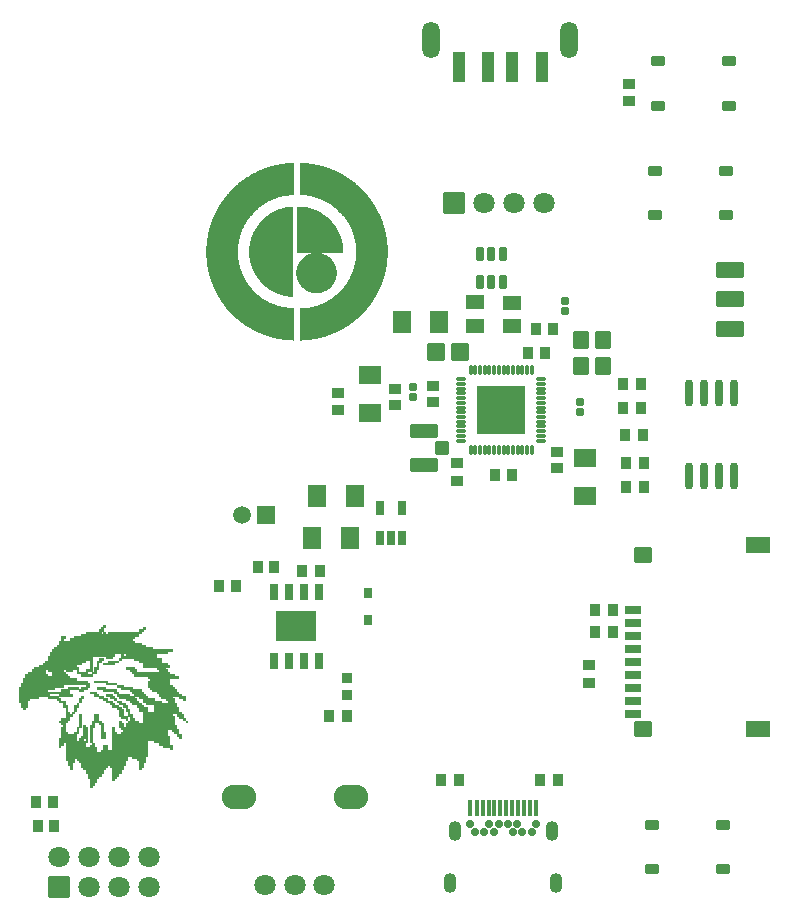
<source format=gts>
G04 Layer: TopSolderMaskLayer*
G04 EasyEDA Pro v2.2.45.4, 2026-01-30 15:44:45*
G04 Gerber Generator version 0.3*
G04 Scale: 100 percent, Rotated: No, Reflected: No*
G04 Dimensions in millimeters*
G04 Leading zeros omitted, absolute positions, 4 integers and 5 decimals*
G04 Generated by one-click*
%FSLAX45Y45*%
%MOMM*%
%AMRoundRect*1,1,$1,$2,$3*1,1,$1,$4,$5*1,1,$1,0-$2,0-$3*1,1,$1,0-$4,0-$5*20,1,$1,$2,$3,$4,$5,0*20,1,$1,$4,$5,0-$2,0-$3,0*20,1,$1,0-$2,0-$3,0-$4,0-$5,0*20,1,$1,0-$4,0-$5,$2,$3,0*4,1,4,$2,$3,$4,$5,0-$2,0-$3,0-$4,0-$5,$2,$3,0*%
%ADD10RoundRect,0.09131X-0.45514X-0.40514X-0.45514X0.40514*%
%ADD11RoundRect,0.09549X-0.74556X0.86705X0.74556X0.86705*%
%ADD12RoundRect,0.09131X-0.40514X0.45514X0.40514X0.45514*%
%ADD13RoundRect,0.09549X-0.86705X-0.74556X-0.86705X0.74556*%
%ADD14RoundRect,0.09495X-0.70833X0.67833X0.70833X0.67833*%
%ADD15RoundRect,0.08875X-0.65642X-0.30643X-0.65642X0.30643*%
%ADD16RoundRect,0.09424X-0.70368X-0.60368X-0.70368X0.60368*%
%ADD17RoundRect,0.09424X-1.00368X-0.60368X-1.00368X0.60368*%
%ADD18RoundRect,0.1043X-0.85271X0.85271X0.85271X0.85271*%
%ADD19RoundRect,0.09618X-0.85271X0.85271X0.85271X0.85271*%
%ADD20C,1.8016*%
%ADD21RoundRect,0.08771X-0.27695X-0.27695X-0.27695X0.27695*%
%ADD22C,1.80002*%
%ADD23O,2.90002X2.10002*%
%ADD24RoundRect,0.09138X-0.40835X0.43711X0.40835X0.43711*%
%ADD25RoundRect,0.09424X-1.10368X-0.60368X-1.10368X0.60368*%
%ADD26O,0.71059X2.30609*%
%ADD27RoundRect,0.09302X-0.52929X0.50429X0.52929X0.50429*%
%ADD28RoundRect,0.09336X-1.10412X0.52912X1.10412X0.52912*%
%ADD29RoundRect,0.08875X-0.30643X0.60642X0.30643X0.60642*%
%ADD30RoundRect,0.09763X-1.65198X1.20198X1.65198X1.20198*%
%ADD31RoundRect,0.0891X-0.3174X0.5587X0.3174X0.5587*%
%ADD32RoundRect,0.076X-0.3453X0.1128X0.3453X0.1128*%
%ADD33RoundRect,0.076X-0.1128X0.3453X0.1128X0.3453*%
%ADD34RoundRect,0.09914X-2.00122X2.00122X2.00122X2.00122*%
%ADD35RoundRect,0.09516X-0.75322X0.70322X0.75322X0.70322*%
%ADD36C,1.5016*%
%ADD37RoundRect,0.09167X-0.50417X1.25416X0.50417X1.25416*%
%ADD38O,1.5X3.09999*%
%ADD39RoundRect,0.07896X-0.14803X0.63554X0.14803X0.63554*%
%ADD40C,0.70002*%
%ADD41O,1.10002X1.70002*%
%ADD42RoundRect,0.09424X-0.60368X-0.70368X-0.60368X0.70368*%
%ADD43RoundRect,0.08692X-0.27734X-0.25734X-0.27734X0.25734*%
%ADD44RoundRect,0.08756X-0.27302X0.54302X0.27302X0.54302*%
%ADD45RoundRect,0.09131X-0.40514X0.43715X0.40514X0.43715*%
%ADD46RoundRect,0.09138X-0.43711X-0.40835X-0.43711X0.40835*%
%ADD47RoundRect,0.09387X-0.69237X-0.57013X-0.69237X0.57013*%
%ADD48RoundRect,0.08797X-0.32103X0.42102X0.32103X0.42102*%
%ADD49RoundRect,0.09077X-0.50541X0.38042X0.50541X0.38042*%
%ADD50RoundRect,0.09131X-0.40514X0.40514X0.40514X0.40514*%
G75*


G04 Image Start*
G36*
G01X2903798Y-280313D02*
G01X2902342Y-281227D01*
G01X2902342Y-415701D01*
G01X2902342Y-550175D01*
G01X2903340Y-551173D01*
G01X2904339Y-552171D01*
G01X2929597Y-552171D01*
G01X2954855Y-552171D01*
G01X2958090Y-554768D01*
G01X2961325Y-557366D01*
G01X2964905Y-558058D01*
G01X2968486Y-558749D01*
G01X2973296Y-558785D01*
G01X2978107Y-558822D01*
G01X2981200Y-560121D01*
G01X2984294Y-561420D01*
G01X2991782Y-562103D01*
G01X2999270Y-562786D01*
G01X3002363Y-564129D01*
G01X3005456Y-565473D01*
G01X3007794Y-565473D01*
G01X3010131Y-565473D01*
G01X3011774Y-566623D01*
G01X3013418Y-567773D01*
G01X3019101Y-568657D01*
G01X3024784Y-569541D01*
G01X3025833Y-570410D01*
G01X3026881Y-571280D01*
G01X3031795Y-572043D01*
G01X3036710Y-572807D01*
G01X3040870Y-574252D01*
G01X3045030Y-575698D01*
G01X3048449Y-577236D01*
G01X3051868Y-578774D01*
G01X3053236Y-578774D01*
G01X3054604Y-578774D01*
G01X3057708Y-580437D01*
G01X3060813Y-582100D01*
G01X3062595Y-582100D01*
G01X3064378Y-582100D01*
G01X3065395Y-583325D01*
G01X3066413Y-584550D01*
G01X3069449Y-585110D01*
G01X3072485Y-585669D01*
G01X3075385Y-587210D01*
G01X3078285Y-588751D01*
G01X3080067Y-588751D01*
G01X3081850Y-588751D01*
G01X3082818Y-589916D01*
G01X3083786Y-591082D01*
G01X3086040Y-591614D01*
G01X3088293Y-592146D01*
G01X3092037Y-593883D01*
G01X3095781Y-595620D01*
G01X3098858Y-597174D01*
G01X3101935Y-598727D01*
G01X3103303Y-598727D01*
G01X3104671Y-598727D01*
G01X3106786Y-600390D01*
G01X3108902Y-602053D01*
G01X3110071Y-602053D01*
G01X3111241Y-602053D01*
G01X3113495Y-603541D01*
G01X3115749Y-605029D01*
G01X3117413Y-606041D01*
G01X3119077Y-607053D01*
G01X3121157Y-608045D01*
G01X3123237Y-609036D01*
G01X3129893Y-612773D01*
G01X3136549Y-616510D01*
G01X3136974Y-617114D01*
G01X3137398Y-617717D01*
G01X3139616Y-618273D01*
G01X3141835Y-618830D01*
G01X3143273Y-620418D01*
G01X3144711Y-622006D01*
G01X3145423Y-622006D01*
G01X3146134Y-622006D01*
G01X3150348Y-624965D01*
G01X3154562Y-627925D01*
G01X3155956Y-628519D01*
G01X3157349Y-629112D01*
G01X3160469Y-631045D01*
G01X3163589Y-632978D01*
G01X3163589Y-633727D01*
G01X3163589Y-634476D01*
G01X3164773Y-634476D01*
G01X3165958Y-634476D01*
G01X3168340Y-636480D01*
G01X3170723Y-638483D01*
G01X3176152Y-642121D01*
G01X3181582Y-645759D01*
G01X3182777Y-646738D01*
G01X3183973Y-647717D01*
G01X3197579Y-658507D01*
G01X3211185Y-669298D01*
G01X3219316Y-676819D01*
G01X3227447Y-684341D01*
G01X3235246Y-692129D01*
G01X3243045Y-699917D01*
G01X3249285Y-706459D01*
G01X3255525Y-713002D01*
G01X3261349Y-720113D01*
G01X3267173Y-727224D01*
G01X3268421Y-728694D01*
G01X3269669Y-730164D01*
G01X3270973Y-731579D01*
G01X3272276Y-732994D01*
G01X3278461Y-741203D01*
G01X3284645Y-749412D01*
G01X3287285Y-753258D01*
G01X3289924Y-757103D01*
G01X3291022Y-758322D01*
G01X3292119Y-759541D01*
G01X3293998Y-762308D01*
G01X3295877Y-765075D01*
G01X3295877Y-765741D01*
G01X3295877Y-766406D01*
G01X3297520Y-767892D01*
G01X3299162Y-769377D01*
G01X3299701Y-771138D01*
G01X3300240Y-772899D01*
G01X3302870Y-776225D01*
G01X3305500Y-779550D01*
G01X3306529Y-781629D01*
G01X3307558Y-783707D01*
G01X3309579Y-787033D01*
G01X3311599Y-790358D01*
G01X3312387Y-792055D01*
G01X3313175Y-793752D01*
G01X3314429Y-794791D01*
G01X3315682Y-795830D01*
G01X3316231Y-798017D01*
G01X3316780Y-800203D01*
G01X3318392Y-802252D01*
G01X3320005Y-804300D01*
G01X3320005Y-805333D01*
G01X3320005Y-806366D01*
G01X3321199Y-807357D01*
G01X3322394Y-808347D01*
G01X3322917Y-810727D01*
G01X3323440Y-813106D01*
G01X3324581Y-814052D01*
G01X3325722Y-814998D01*
G01X3326245Y-817378D01*
G01X3326768Y-819757D01*
G01X3327909Y-820703D01*
G01X3329050Y-821649D01*
G01X3329573Y-824029D01*
G01X3330096Y-826408D01*
G01X3331203Y-827326D01*
G01X3332311Y-828245D01*
G01X3332836Y-831041D01*
G01X3333361Y-833838D01*
G01X3334500Y-834782D01*
G01X3335639Y-835727D01*
G01X3336164Y-838524D01*
G01X3336689Y-841320D01*
G01X3337915Y-842337D01*
G01X3339141Y-843354D01*
G01X3339141Y-844719D01*
G01X3339141Y-846084D01*
G01X3340805Y-849187D01*
G01X3342469Y-852289D01*
G01X3342469Y-853344D01*
G01X3342469Y-854398D01*
G01X3344011Y-857296D01*
G01X3345553Y-860193D01*
G01X3346113Y-863227D01*
G01X3346673Y-866261D01*
G01X3347899Y-867278D01*
G01X3349125Y-868295D01*
G01X3349125Y-870511D01*
G01X3349125Y-872728D01*
G01X3350789Y-875989D01*
G01X3352453Y-879251D01*
G01X3352453Y-880977D01*
G01X3352453Y-882704D01*
G01X3353995Y-885727D01*
G01X3355537Y-888750D01*
G01X3356067Y-892609D01*
G01X3356596Y-896469D01*
G01X3357852Y-898261D01*
G01X3359109Y-900053D01*
G01X3359109Y-902416D01*
G01X3359109Y-904779D01*
G01X3360706Y-908674D01*
G01X3362304Y-912569D01*
G01X3362832Y-917064D01*
G01X3363361Y-921559D01*
G01X3364563Y-923882D01*
G01X3365765Y-926204D01*
G01X3365765Y-929568D01*
G01X3365765Y-932931D01*
G01X3367353Y-937715D01*
G01X3368940Y-942499D01*
G01X3369377Y-948318D01*
G01X3369813Y-954138D01*
G01X3371117Y-957229D01*
G01X3372421Y-960320D01*
G01X3372421Y-967281D01*
G01X3372421Y-974242D01*
G01X3374137Y-982452D01*
G01X3375852Y-990663D01*
G01X3375492Y-1034753D01*
G01X3375131Y-1078843D01*
G01X3373793Y-1084247D01*
G01X3372455Y-1089651D01*
G01X3372401Y-1095886D01*
G01X3372348Y-1102122D01*
G01X3371114Y-1105447D01*
G01X3369881Y-1108773D01*
G01X3369410Y-1114592D01*
G01X3368940Y-1120412D01*
G01X3367353Y-1125196D01*
G01X3365765Y-1129979D01*
G01X3365765Y-1133343D01*
G01X3365765Y-1136706D01*
G01X3364532Y-1139087D01*
G01X3363300Y-1141468D01*
G01X3362770Y-1146321D01*
G01X3362240Y-1151172D01*
G01X3361162Y-1152904D01*
G01X3360084Y-1154636D01*
G01X3359506Y-1158724D01*
G01X3358928Y-1162812D01*
G01X3357755Y-1164676D01*
G01X3356583Y-1166540D01*
G01X3356074Y-1170496D01*
G01X3355566Y-1174451D01*
G01X3354010Y-1177043D01*
G01X3352453Y-1179635D01*
G01X3352447Y-1182031D01*
G01X3352442Y-1184427D01*
G01X3350789Y-1186921D01*
G01X3349136Y-1189415D01*
G01X3349125Y-1191910D01*
G01X3349114Y-1194404D01*
G01X3347461Y-1196898D01*
G01X3345808Y-1199392D01*
G01X3345802Y-1201161D01*
G01X3345797Y-1202929D01*
G01X3344636Y-1203892D01*
G01X3343475Y-1204855D01*
G01X3342902Y-1207943D01*
G01X3342329Y-1211031D01*
G01X3340735Y-1213623D01*
G01X3339141Y-1216216D01*
G01X3339141Y-1217886D01*
G01X3339141Y-1219557D01*
G01X3337893Y-1220592D01*
G01X3336645Y-1221627D01*
G01X3336645Y-1222510D01*
G01X3336645Y-1223392D01*
G01X3334890Y-1227188D01*
G01X3333134Y-1230984D01*
G01X3331053Y-1235557D01*
G01X3328971Y-1240129D01*
G01X3328226Y-1241376D01*
G01X3327481Y-1242623D01*
G01X3326566Y-1244702D01*
G01X3325651Y-1246780D01*
G01X3324902Y-1248027D01*
G01X3324153Y-1249274D01*
G01X3323394Y-1250937D01*
G01X3322636Y-1252600D01*
G01X3322113Y-1253847D01*
G01X3321589Y-1255094D01*
G01X3319583Y-1258419D01*
G01X3317576Y-1261745D01*
G01X3316265Y-1264239D01*
G01X3314954Y-1266733D01*
G01X3312909Y-1270058D01*
G01X3310865Y-1273384D01*
G01X3309673Y-1275878D01*
G01X3308480Y-1278372D01*
G01X3305507Y-1282526D01*
G01X3302533Y-1286680D01*
G01X3302533Y-1287593D01*
G01X3302533Y-1288506D01*
G01X3300869Y-1290011D01*
G01X3299205Y-1291516D01*
G01X3299205Y-1292660D01*
G01X3299205Y-1293805D01*
G01X3297957Y-1294283D01*
G01X3296709Y-1294762D01*
G01X3296709Y-1295596D01*
G01X3296709Y-1296430D01*
G01X3294073Y-1300495D01*
G01X3291437Y-1304560D01*
G01X3290801Y-1304560D01*
G01X3290165Y-1304560D01*
G01X3289581Y-1306431D01*
G01X3288997Y-1308301D01*
G01X3285781Y-1312158D01*
G01X3282565Y-1316014D01*
G01X3282565Y-1316658D01*
G01X3282565Y-1317301D01*
G01X3277688Y-1323193D01*
G01X3272812Y-1329086D01*
G01X3270628Y-1332301D01*
G01X3268445Y-1335517D01*
G01X3263806Y-1340615D01*
G01X3259166Y-1345713D01*
G01X3249858Y-1355642D01*
G01X3240549Y-1365570D01*
G01X3236290Y-1369775D01*
G01X3232032Y-1373980D01*
G01X3225024Y-1380631D01*
G01X3218016Y-1387281D01*
G01X3212315Y-1392270D01*
G01X3206614Y-1397258D01*
G01X3205694Y-1398123D01*
G01X3204773Y-1398989D01*
G01X3203016Y-1400202D01*
G01X3201259Y-1401415D01*
G01X3196406Y-1405572D01*
G01X3191552Y-1409728D01*
G01X3189843Y-1411405D01*
G01X3188133Y-1413081D01*
G01X3184417Y-1415561D01*
G01X3180701Y-1418042D01*
G01X3179009Y-1419536D01*
G01X3177317Y-1421029D01*
G01X3175999Y-1422238D01*
G01X3174682Y-1423446D01*
G01X3173786Y-1423446D01*
G01X3172891Y-1423446D01*
G01X3168864Y-1426596D01*
G01X3164837Y-1429746D01*
G01X3160677Y-1432133D01*
G01X3156517Y-1434520D01*
G01X3155852Y-1435634D01*
G01X3155187Y-1436748D01*
G01X3154188Y-1436749D01*
G01X3153189Y-1436750D01*
G01X3148397Y-1440075D01*
G01X3143604Y-1443399D01*
G01X3142492Y-1443399D01*
G01X3141380Y-1443399D01*
G01X3139461Y-1445062D01*
G01X3137543Y-1446724D01*
G01X3136534Y-1446724D01*
G01X3135526Y-1446724D01*
G01X3133476Y-1448336D01*
G01X3131426Y-1449947D01*
G01X3129204Y-1450504D01*
G01X3126981Y-1451062D01*
G01X3126981Y-1451712D01*
G01X3126981Y-1452363D01*
G01X3123861Y-1453750D01*
G01X3120741Y-1455137D01*
G01X3118245Y-1456378D01*
G01X3115749Y-1457619D01*
G01X3114501Y-1458364D01*
G01X3113253Y-1459110D01*
G01X3104517Y-1463350D01*
G01X3095781Y-1467590D01*
G01X3094533Y-1468383D01*
G01X3093285Y-1469175D01*
G01X3091205Y-1470010D01*
G01X3089125Y-1470846D01*
G01X3086917Y-1472087D01*
G01X3084709Y-1473328D01*
G01X3083271Y-1473328D01*
G01X3081834Y-1473328D01*
G01X3079240Y-1474921D01*
G01X3076645Y-1476514D01*
G01X3073555Y-1477087D01*
G01X3070465Y-1477659D01*
G01X3069501Y-1478819D01*
G01X3068538Y-1479979D01*
G01X3066755Y-1479979D01*
G01X3064973Y-1479979D01*
G01X3061868Y-1481642D01*
G01X3058764Y-1483305D01*
G01X3056876Y-1483305D01*
G01X3054989Y-1483305D01*
G01X3051884Y-1484967D01*
G01X3048780Y-1486630D01*
G01X3046892Y-1486630D01*
G01X3045005Y-1486630D01*
G01X3041900Y-1488293D01*
G01X3038796Y-1489956D01*
G01X3036473Y-1489956D01*
G01X3034149Y-1489956D01*
G01X3031124Y-1491497D01*
G01X3028099Y-1493038D01*
G01X3024463Y-1493536D01*
G01X3020827Y-1494034D01*
G01X3018369Y-1495315D01*
G01X3015910Y-1496596D01*
G01X3012166Y-1496638D01*
G01X3008422Y-1496680D01*
G01X3005094Y-1497972D01*
G01X3001766Y-1499265D01*
G01X2995600Y-1500024D01*
G01X2989434Y-1500782D01*
G01X2988334Y-1501694D01*
G01X2987234Y-1502607D01*
G01X2981012Y-1503304D01*
G01X2974791Y-1504001D01*
G01X2970985Y-1505292D01*
G01X2967180Y-1506583D01*
G01X2958157Y-1506583D01*
G01X2949135Y-1506583D01*
G01X2939674Y-1508237D01*
G01X2930214Y-1509891D01*
G01X2917594Y-1509900D01*
G01X2904974Y-1509909D01*
G01X2903658Y-1510413D01*
G01X2902342Y-1510918D01*
G01X2902342Y-1645897D01*
G01X2902342Y-1780876D01*
G01X2904155Y-1781846D01*
G01X2905968Y-1782816D01*
G01X2918405Y-1782224D01*
G01X2930841Y-1781633D01*
G01X2935103Y-1780862D01*
G01X2939366Y-1780092D01*
G01X2955590Y-1779320D01*
G01X2971814Y-1778547D01*
G01X2974726Y-1777588D01*
G01X2977638Y-1776630D01*
G01X2988038Y-1775919D01*
G01X2998438Y-1775208D01*
G01X3001766Y-1773951D01*
G01X3005094Y-1772694D01*
G01X3011122Y-1772658D01*
G01X3017151Y-1772621D01*
G01X3021938Y-1771035D01*
G01X3026726Y-1769448D01*
G01X3032550Y-1769012D01*
G01X3038374Y-1768576D01*
G01X3041467Y-1767273D01*
G01X3044560Y-1765970D01*
G01X3048539Y-1765934D01*
G01X3052518Y-1765897D01*
G01X3055846Y-1764604D01*
G01X3059174Y-1763311D01*
G01X3064860Y-1762605D01*
G01X3070547Y-1761900D01*
G01X3071690Y-1760952D01*
G01X3072833Y-1760004D01*
G01X3078734Y-1759263D01*
G01X3084634Y-1758523D01*
G01X3086441Y-1757258D01*
G01X3088248Y-1755994D01*
G01X3090767Y-1755976D01*
G01X3093285Y-1755957D01*
G01X3096912Y-1754313D01*
G01X3100539Y-1752668D01*
G01X3102320Y-1752650D01*
G01X3104101Y-1752632D01*
G01X3107429Y-1751124D01*
G01X3110757Y-1749617D01*
G01X3114352Y-1749045D01*
G01X3117947Y-1748473D01*
G01X3119760Y-1747339D01*
G01X3121573Y-1746204D01*
G01X3124815Y-1745635D01*
G01X3128057Y-1745065D01*
G01X3129807Y-1743972D01*
G01X3131557Y-1742879D01*
G01X3134885Y-1742299D01*
G01X3138213Y-1741720D01*
G01X3139461Y-1740654D01*
G01X3140709Y-1739588D01*
G01X3144351Y-1739035D01*
G01X3147992Y-1738482D01*
G01X3149736Y-1737261D01*
G01X3151480Y-1736041D01*
G01X3153179Y-1736041D01*
G01X3154878Y-1736041D01*
G01X3157778Y-1734489D01*
G01X3160677Y-1732937D01*
G01X3163324Y-1732357D01*
G01X3165970Y-1731777D01*
G01X3166962Y-1730584D01*
G01X3167953Y-1729390D01*
G01X3169319Y-1729390D01*
G01X3170686Y-1729390D01*
G01X3173586Y-1727838D01*
G01X3176485Y-1726286D01*
G01X3179132Y-1725706D01*
G01X3181778Y-1725126D01*
G01X3182770Y-1723933D01*
G01X3183761Y-1722739D01*
G01X3185366Y-1722739D01*
G01X3186972Y-1722739D01*
G01X3190048Y-1721149D01*
G01X3193125Y-1719558D01*
G01X3197701Y-1717499D01*
G01X3202277Y-1715439D01*
G01X3206076Y-1713685D01*
G01X3209874Y-1711931D01*
G01X3210758Y-1711931D01*
G01X3211641Y-1711931D01*
G01X3212677Y-1710684D01*
G01X3213713Y-1709437D01*
G01X3215579Y-1709437D01*
G01X3217445Y-1709437D01*
G01X3219560Y-1707774D01*
G01X3221676Y-1706112D01*
G01X3222888Y-1706112D01*
G01X3224101Y-1706112D01*
G01X3226216Y-1704449D01*
G01X3228332Y-1702786D01*
G01X3229544Y-1702786D01*
G01X3230757Y-1702786D01*
G01X3232872Y-1701124D01*
G01X3234988Y-1699461D01*
G01X3236183Y-1699461D01*
G01X3237379Y-1699461D01*
G01X3238885Y-1697798D01*
G01X3240391Y-1696135D01*
G01X3241814Y-1696135D01*
G01X3243237Y-1696135D01*
G01X3245352Y-1694473D01*
G01X3247468Y-1692810D01*
G01X3248680Y-1692810D01*
G01X3249893Y-1692810D01*
G01X3251877Y-1691322D01*
G01X3253861Y-1689834D01*
G01X3255941Y-1688834D01*
G01X3258021Y-1687834D01*
G01X3259269Y-1687025D01*
G01X3260517Y-1686217D01*
G01X3265375Y-1683486D01*
G01X3270234Y-1680755D01*
G01X3273279Y-1678925D01*
G01X3276325Y-1677094D01*
G01X3278405Y-1676034D01*
G01X3280485Y-1674973D01*
G01X3284428Y-1672252D01*
G01X3288372Y-1669531D01*
G01X3289004Y-1669530D01*
G01X3289637Y-1669529D01*
G01X3294430Y-1666205D01*
G01X3299222Y-1662881D01*
G01X3299944Y-1662881D01*
G01X3300665Y-1662881D01*
G01X3301807Y-1661506D01*
G01X3302948Y-1660132D01*
G01X3305041Y-1659220D01*
G01X3307134Y-1658308D01*
G01X3314610Y-1653343D01*
G01X3322085Y-1648377D01*
G01X3322917Y-1647480D01*
G01X3323749Y-1646582D01*
G01X3327465Y-1644131D01*
G01X3331181Y-1641681D01*
G01X3332605Y-1640434D01*
G01X3334030Y-1639186D01*
G01X3335181Y-1638260D01*
G01X3336333Y-1637334D01*
G01X3341354Y-1633909D01*
G01X3346374Y-1630485D01*
G01X3348374Y-1628580D01*
G01X3350373Y-1626676D01*
G01X3354089Y-1624202D01*
G01X3357805Y-1621728D01*
G01X3359190Y-1620481D01*
G01X3360575Y-1619234D01*
G01X3362546Y-1617738D01*
G01X3364517Y-1616242D01*
G01X3369509Y-1612464D01*
G01X3374501Y-1608686D01*
G01X3379077Y-1604426D01*
G01X3383653Y-1600166D01*
G01X3392389Y-1592703D01*
G01X3401125Y-1585240D01*
G01X3426100Y-1560253D01*
G01X3451076Y-1535265D01*
G01X3456840Y-1528199D01*
G01X3462604Y-1521132D01*
G01X3465259Y-1518222D01*
G01X3467915Y-1515312D01*
G01X3471325Y-1511571D01*
G01X3474736Y-1507830D01*
G01X3474746Y-1507313D01*
G01X3474756Y-1506795D01*
G01X3478731Y-1501827D01*
G01X3482705Y-1496859D01*
G01X3483931Y-1495578D01*
G01X3485156Y-1494297D01*
G01X3486820Y-1492001D01*
G01X3488484Y-1489705D01*
G01X3493657Y-1482972D01*
G01X3498829Y-1476238D01*
G01X3500497Y-1474056D01*
G01X3502166Y-1471875D01*
G01X3506361Y-1465743D01*
G01X3510556Y-1459611D01*
G01X3514284Y-1454622D01*
G01X3518013Y-1449634D01*
G01X3518828Y-1447764D01*
G01X3519643Y-1445893D01*
G01X3520496Y-1445893D01*
G01X3521348Y-1445893D01*
G01X3521349Y-1444854D01*
G01X3521350Y-1443815D01*
G01X3524484Y-1439242D01*
G01X3527618Y-1434670D01*
G01X3528656Y-1432591D01*
G01X3529695Y-1430513D01*
G01X3532161Y-1426772D01*
G01X3534627Y-1423030D01*
G01X3535455Y-1421160D01*
G01X3536283Y-1419289D01*
G01X3537045Y-1419289D01*
G01X3537808Y-1419289D01*
G01X3538379Y-1417003D01*
G01X3538950Y-1414717D01*
G01X3540105Y-1413436D01*
G01X3541259Y-1412154D01*
G01X3544229Y-1406785D01*
G01X3547198Y-1401415D01*
G01X3548474Y-1398921D01*
G01X3549751Y-1396427D01*
G01X3551767Y-1393101D01*
G01X3553784Y-1389776D01*
G01X3555100Y-1386953D01*
G01X3556416Y-1384129D01*
G01X3557602Y-1382944D01*
G01X3558788Y-1381759D01*
G01X3558788Y-1380494D01*
G01X3558788Y-1379230D01*
G01X3560452Y-1377116D01*
G01X3562116Y-1375002D01*
G01X3562116Y-1373791D01*
G01X3562116Y-1372579D01*
G01X3563780Y-1370465D01*
G01X3565444Y-1368351D01*
G01X3565444Y-1367140D01*
G01X3565444Y-1365928D01*
G01X3567108Y-1363814D01*
G01X3568772Y-1361700D01*
G01X3568772Y-1360489D01*
G01X3568772Y-1359277D01*
G01X3570436Y-1357163D01*
G01X3572100Y-1355050D01*
G01X3572100Y-1353601D01*
G01X3572100Y-1352152D01*
G01X3573326Y-1351135D01*
G01X3574552Y-1350118D01*
G01X3575077Y-1347322D01*
G01X3575602Y-1344525D01*
G01X3576763Y-1343562D01*
G01X3577924Y-1342600D01*
G01X3577932Y-1341662D01*
G01X3577939Y-1340725D01*
G01X3579986Y-1336568D01*
G01X3582032Y-1332411D01*
G01X3582058Y-1331058D01*
G01X3582084Y-1329705D01*
G01X3583310Y-1328688D01*
G01X3584536Y-1327671D01*
G01X3585061Y-1324875D01*
G01X3585586Y-1322078D01*
G01X3586694Y-1321160D01*
G01X3587801Y-1320241D01*
G01X3588382Y-1317597D01*
G01X3588962Y-1314952D01*
G01X3590515Y-1312055D01*
G01X3592068Y-1309157D01*
G01X3592068Y-1307376D01*
G01X3592068Y-1305595D01*
G01X3593263Y-1304605D01*
G01X3594457Y-1303614D01*
G01X3595038Y-1300969D01*
G01X3595618Y-1298325D01*
G01X3597171Y-1295427D01*
G01X3598724Y-1292530D01*
G01X3598724Y-1290749D01*
G01X3598724Y-1288968D01*
G01X3599907Y-1287987D01*
G01X3601090Y-1287006D01*
G01X3601651Y-1283520D01*
G01X3602212Y-1280035D01*
G01X3603320Y-1278286D01*
G01X3604427Y-1276537D01*
G01X3604997Y-1273298D01*
G01X3605567Y-1270058D01*
G01X3606661Y-1268309D01*
G01X3607755Y-1266560D01*
G01X3608325Y-1263321D01*
G01X3608895Y-1260082D01*
G01X3610065Y-1258218D01*
G01X3611234Y-1256353D01*
G01X3611757Y-1252543D01*
G01X3612279Y-1248733D01*
G01X3613822Y-1245710D01*
G01X3615364Y-1242687D01*
G01X3615364Y-1239723D01*
G01X3615364Y-1236758D01*
G01X3616620Y-1234966D01*
G01X3617877Y-1233173D01*
G01X3618406Y-1229314D01*
G01X3618935Y-1225455D01*
G01X3620478Y-1222432D01*
G01X3622020Y-1219409D01*
G01X3622020Y-1215613D01*
G01X3622020Y-1211817D01*
G01X3623352Y-1209917D01*
G01X3624683Y-1208017D01*
G01X3625129Y-1202873D01*
G01X3625574Y-1197729D01*
G01X3626672Y-1195556D01*
G01X3627769Y-1193384D01*
G01X3628543Y-1187160D01*
G01X3629316Y-1180936D01*
G01X3630314Y-1179072D01*
G01X3631312Y-1177209D01*
G01X3631772Y-1170842D01*
G01X3632232Y-1164474D01*
G01X3633427Y-1162112D01*
G01X3634621Y-1159750D01*
G01X3635349Y-1151720D01*
G01X3636077Y-1143690D01*
G01X3637368Y-1139144D01*
G01X3638660Y-1134598D01*
G01X3638670Y-1127921D01*
G01X3638680Y-1121243D01*
G01X3640324Y-1114592D01*
G01X3641968Y-1107941D01*
G01X3641978Y-1097233D01*
G01X3641988Y-1086524D01*
G01X3643444Y-1078111D01*
G01X3644900Y-1069698D01*
G01X3644900Y-1030208D01*
G01X3644900Y-990718D01*
G01X3643786Y-986146D01*
G01X3642672Y-981573D01*
G01X3642044Y-965342D01*
G01X3641416Y-949111D01*
G01X3640357Y-947133D01*
G01X3639298Y-945155D01*
G01X3638628Y-933710D01*
G01X3637959Y-922265D01*
G01X3636978Y-920434D01*
G01X3635998Y-918604D01*
G01X3635298Y-910598D01*
G01X3634598Y-902593D01*
G01X3633301Y-899502D01*
G01X3632004Y-896411D01*
G01X3632004Y-891815D01*
G01X3632004Y-887219D01*
G01X3630416Y-882436D01*
G01X3628829Y-877652D01*
G01X3628323Y-872822D01*
G01X3627818Y-867993D01*
G01X3626679Y-866171D01*
G01X3625539Y-864350D01*
G01X3625108Y-859362D01*
G01X3624677Y-854374D01*
G01X3623354Y-851879D01*
G01X3622030Y-849385D01*
G01X3622025Y-846028D01*
G01X3622020Y-842670D01*
G01X3620356Y-839409D01*
G01X3618692Y-836147D01*
G01X3618692Y-833775D01*
G01X3618692Y-831403D01*
G01X3617097Y-827508D01*
G01X3615502Y-823613D01*
G01X3614998Y-820021D01*
G01X3614494Y-816429D01*
G01X3613363Y-814617D01*
G01X3612233Y-812805D01*
G01X3611699Y-809213D01*
G01X3611166Y-805621D01*
G01X3610030Y-803809D01*
G01X3608895Y-801997D01*
G01X3608325Y-798758D01*
G01X3607755Y-795519D01*
G01X3606661Y-793770D01*
G01X3605567Y-792021D01*
G01X3604997Y-788782D01*
G01X3604427Y-785542D01*
G01X3603320Y-783793D01*
G01X3602212Y-782044D01*
G01X3601651Y-778559D01*
G01X3601090Y-775073D01*
G01X3599907Y-774092D01*
G01X3598724Y-773111D01*
G01X3598724Y-771311D01*
G01X3598724Y-769510D01*
G01X3597060Y-766248D01*
G01X3595396Y-762987D01*
G01X3595396Y-761806D01*
G01X3595396Y-760625D01*
G01X3593802Y-758033D01*
G01X3592208Y-755441D01*
G01X3591635Y-752352D01*
G01X3591062Y-749265D01*
G01X3589901Y-748302D01*
G01X3588740Y-747339D01*
G01X3588714Y-745570D01*
G01X3588688Y-743801D01*
G01X3586642Y-739645D01*
G01X3584595Y-735488D01*
G01X3584588Y-734550D01*
G01X3584580Y-733613D01*
G01X3583419Y-732650D01*
G01X3582258Y-731687D01*
G01X3581733Y-728891D01*
G01X3581208Y-726094D01*
G01X3580069Y-725149D01*
G01X3578930Y-724205D01*
G01X3578405Y-721408D01*
G01X3577880Y-718612D01*
G01X3576741Y-717667D01*
G01X3575602Y-716723D01*
G01X3575077Y-713926D01*
G01X3574552Y-711129D01*
G01X3573326Y-710113D01*
G01X3572100Y-709096D01*
G01X3572102Y-708159D01*
G01X3572104Y-707221D01*
G01X3566202Y-695582D01*
G01X3560299Y-683943D01*
G01X3556690Y-677292D01*
G01X3553082Y-670641D01*
G01X3551769Y-668147D01*
G01X3550456Y-665653D01*
G01X3548440Y-662327D01*
G01X3546423Y-659002D01*
G01X3545087Y-656508D01*
G01X3543752Y-654013D01*
G01X3542409Y-651519D01*
G01X3541065Y-649025D01*
G01X3540008Y-648397D01*
G01X3538950Y-647768D01*
G01X3538403Y-645279D01*
G01X3537856Y-642790D01*
G01X3537070Y-642790D01*
G01X3536283Y-642790D01*
G01X3535455Y-640919D01*
G01X3534627Y-639049D01*
G01X3532201Y-635308D01*
G01X3529775Y-631566D01*
G01X3526759Y-626578D01*
G01X3523744Y-621590D01*
G01X3522338Y-619096D01*
G01X3520932Y-616602D01*
G01X3520255Y-616307D01*
G01X3519577Y-616012D01*
G01X3518795Y-614228D01*
G01X3518013Y-612445D01*
G01X3514284Y-607457D01*
G01X3510556Y-602469D01*
G01X3506361Y-596337D01*
G01X3502166Y-590205D01*
G01X3500507Y-588023D01*
G01X3498849Y-585841D01*
G01X3491787Y-576696D01*
G01X3484724Y-567551D01*
G01X3483692Y-566340D01*
G01X3482660Y-565128D01*
G01X3478708Y-560206D01*
G01X3474756Y-555284D01*
G01X3474746Y-554767D01*
G01X3474736Y-554249D01*
G01X3471325Y-550508D01*
G01X3467915Y-546767D01*
G01X3465259Y-543857D01*
G01X3462604Y-540947D01*
G01X3456854Y-533881D01*
G01X3451104Y-526814D01*
G01X3426114Y-501815D01*
G01X3401125Y-476817D01*
G01X3392389Y-469365D01*
G01X3383653Y-461913D01*
G01X3379077Y-457653D01*
G01X3374501Y-453393D01*
G01X3359109Y-441273D01*
G01X3343717Y-429152D01*
G01X3342053Y-427913D01*
G01X3340389Y-426673D01*
G01X3336229Y-423757D01*
G01X3332069Y-420841D01*
G01X3326333Y-416879D01*
G01X3320597Y-412916D01*
G01X3319053Y-411461D01*
G01X3317509Y-410006D01*
G01X3317001Y-410006D01*
G01X3316493Y-410006D01*
G01X3312425Y-407372D01*
G01X3308357Y-404738D01*
G01X3308357Y-404047D01*
G01X3308357Y-403355D01*
G01X3307394Y-403355D01*
G01X3306432Y-403355D01*
G01X3295954Y-396406D01*
G01X3285477Y-389456D01*
G01X3284229Y-388884D01*
G01X3282981Y-388312D01*
G01X3279653Y-386279D01*
G01X3276325Y-384246D01*
G01X3273829Y-382936D01*
G01X3271333Y-381626D01*
G01X3268005Y-379638D01*
G01X3264677Y-377651D01*
G01X3262181Y-376386D01*
G01X3259685Y-375122D01*
G01X3258437Y-374274D01*
G01X3257189Y-373425D01*
G01X3255109Y-372552D01*
G01X3253029Y-371678D01*
G01X3249701Y-369654D01*
G01X3246373Y-367631D01*
G01X3243045Y-365983D01*
G01X3239717Y-364336D01*
G01X3233893Y-361045D01*
G01X3228069Y-357753D01*
G01X3223493Y-355528D01*
G01X3218917Y-353303D01*
G01X3214341Y-351238D01*
G01X3209765Y-349172D01*
G01X3206853Y-347703D01*
G01X3203941Y-346233D01*
G01X3201653Y-345681D01*
G01X3199365Y-345128D01*
G01X3199365Y-344350D01*
G01X3199365Y-343572D01*
G01X3196483Y-343032D01*
G01X3193600Y-342492D01*
G01X3192631Y-341324D01*
G01X3191661Y-340156D01*
G01X3188457Y-339645D01*
G01X3185253Y-339132D01*
G01X3184321Y-338011D01*
G01X3183390Y-336890D01*
G01X3180354Y-336347D01*
G01X3177317Y-335804D01*
G01X3176069Y-334755D01*
G01X3174821Y-333705D01*
G01X3171909Y-333108D01*
G01X3168997Y-332510D01*
G01X3166403Y-330937D01*
G01X3163809Y-329364D01*
G01X3162627Y-329364D01*
G01X3161445Y-329364D01*
G01X3158181Y-327701D01*
G01X3154917Y-326038D01*
G01X3153426Y-326038D01*
G01X3151935Y-326038D01*
G01X3148831Y-324375D01*
G01X3145726Y-322713D01*
G01X3144050Y-322707D01*
G01X3142373Y-322702D01*
G01X3139877Y-321050D01*
G01X3137381Y-319398D01*
G01X3135301Y-319387D01*
G01X3133221Y-319376D01*
G01X3130725Y-317724D01*
G01X3128229Y-316073D01*
G01X3126126Y-316067D01*
G01X3124024Y-316062D01*
G01X3122230Y-314806D01*
G01X3120436Y-313551D01*
G01X3116429Y-313044D01*
G01X3112421Y-312537D01*
G01X3110608Y-311409D01*
G01X3108795Y-310280D01*
G01X3105200Y-309777D01*
G01X3101605Y-309273D01*
G01X3097707Y-307679D01*
G01X3093809Y-306085D01*
G01X3091634Y-306085D01*
G01X3089459Y-306085D01*
G01X3087000Y-304815D01*
G01X3084542Y-303545D01*
G01X3078688Y-302810D01*
G01X3072833Y-302076D01*
G01X3071690Y-301128D01*
G01X3070547Y-300179D01*
G01X3064860Y-299474D01*
G01X3059174Y-298768D01*
G01X3055846Y-297475D01*
G01X3052518Y-296182D01*
G01X3048774Y-296140D01*
G01X3045030Y-296099D01*
G01X3042534Y-294760D01*
G01X3040038Y-293422D01*
G01X3034214Y-292994D01*
G01X3028390Y-292566D01*
G01X3026004Y-291356D01*
G01X3023618Y-290145D01*
G01X3015794Y-289406D01*
G01X3007970Y-288666D01*
G01X3006159Y-287697D01*
G01X3004348Y-286729D01*
G01X2994321Y-286139D01*
G01X2984294Y-285550D01*
G01X2981798Y-284482D01*
G01X2979302Y-283415D01*
G01X2959750Y-282753D01*
G01X2940198Y-282092D01*
G01X2935329Y-281232D01*
G01X2930460Y-280372D01*
G01X2917857Y-279886D01*
G01X2905254Y-279400D01*
G01X2903798Y-280313D01*
G37*
G36*
G01X2824621Y-280393D02*
G01X2816371Y-281072D01*
G01X2815053Y-281605D01*
G01X2813734Y-282138D01*
G01X2793766Y-282740D01*
G01X2773798Y-283341D01*
G01X2771809Y-284413D01*
G01X2769819Y-285485D01*
G01X2759329Y-286183D01*
G01X2748838Y-286880D01*
G01X2744754Y-288169D01*
G01X2740670Y-289458D01*
G01X2736172Y-289458D01*
G01X2731675Y-289458D01*
G01X2727777Y-291056D01*
G01X2723878Y-292654D01*
G01X2718470Y-293046D01*
G01X2713062Y-293438D01*
G01X2710566Y-294768D01*
G01X2708070Y-296099D01*
G01X2704326Y-296140D01*
G01X2700582Y-296182D01*
G01X2697254Y-297475D01*
G01X2693926Y-298768D01*
G01X2688240Y-299474D01*
G01X2682553Y-300179D01*
G01X2681410Y-301128D01*
G01X2680267Y-302076D01*
G01X2674412Y-302810D01*
G01X2668558Y-303545D01*
G01X2666100Y-304815D01*
G01X2663641Y-306085D01*
G01X2661466Y-306085D01*
G01X2659291Y-306085D01*
G01X2655393Y-307679D01*
G01X2651495Y-309273D01*
G01X2647853Y-309784D01*
G01X2644212Y-310295D01*
G01X2642468Y-311516D01*
G01X2640724Y-312736D01*
G01X2637777Y-312736D01*
G01X2634830Y-312736D01*
G01X2631725Y-314399D01*
G01X2628621Y-316062D01*
G01X2626746Y-316067D01*
G01X2624871Y-316073D01*
G01X2622375Y-317724D01*
G01X2619879Y-319376D01*
G01X2617799Y-319387D01*
G01X2615719Y-319398D01*
G01X2613223Y-321050D01*
G01X2610727Y-322702D01*
G01X2609050Y-322707D01*
G01X2607374Y-322713D01*
G01X2604269Y-324375D01*
G01X2601165Y-326038D01*
G01X2599674Y-326038D01*
G01X2598183Y-326038D01*
G01X2594919Y-327701D01*
G01X2591655Y-329364D01*
G01X2590375Y-329367D01*
G01X2589095Y-329370D01*
G01X2586529Y-330933D01*
G01X2583964Y-332496D01*
G01X2581121Y-333101D01*
G01X2578279Y-333705D01*
G01X2577031Y-334755D01*
G01X2575783Y-335804D01*
G01X2572746Y-336347D01*
G01X2569710Y-336890D01*
G01X2568779Y-338011D01*
G01X2567847Y-339132D01*
G01X2564643Y-339645D01*
G01X2561439Y-340156D01*
G01X2560469Y-341324D01*
G01X2559500Y-342492D01*
G01X2556617Y-343032D01*
G01X2553735Y-343572D01*
G01X2553735Y-344350D01*
G01X2553735Y-345128D01*
G01X2551447Y-345681D01*
G01X2549159Y-346233D01*
G01X2546247Y-347703D01*
G01X2543335Y-349172D01*
G01X2538759Y-351238D01*
G01X2534183Y-353303D01*
G01X2529607Y-355528D01*
G01X2525031Y-357753D01*
G01X2519207Y-361045D01*
G01X2513383Y-364336D01*
G01X2510055Y-365983D01*
G01X2506727Y-367631D01*
G01X2503399Y-369654D01*
G01X2500071Y-371678D01*
G01X2497991Y-372552D01*
G01X2495911Y-373425D01*
G01X2494663Y-374274D01*
G01X2493415Y-375122D01*
G01X2490919Y-376386D01*
G01X2488423Y-377651D01*
G01X2485095Y-379638D01*
G01X2481767Y-381626D01*
G01X2479271Y-382936D01*
G01X2476775Y-384246D01*
G01X2473447Y-386276D01*
G01X2470119Y-388305D01*
G01X2468435Y-389088D01*
G01X2466750Y-389870D01*
G01X2457471Y-396122D01*
G01X2448192Y-402374D01*
G01X2446467Y-402921D01*
G01X2444743Y-403468D01*
G01X2444743Y-404103D01*
G01X2444743Y-404738D01*
G01X2440675Y-407372D01*
G01X2436607Y-410006D01*
G01X2435683Y-410006D01*
G01X2434759Y-410006D01*
G01X2434759Y-410698D01*
G01X2434759Y-411389D01*
G01X2430391Y-414171D01*
G01X2426023Y-416952D01*
G01X2421031Y-420842D01*
G01X2416039Y-424731D01*
G01X2414104Y-425746D01*
G01X2412169Y-426760D01*
G01X2410776Y-427979D01*
G01X2409383Y-429198D01*
G01X2393991Y-441296D01*
G01X2378599Y-453393D01*
G01X2374023Y-457653D01*
G01X2369447Y-461913D01*
G01X2360711Y-469357D01*
G01X2351975Y-476800D01*
G01X2327006Y-501807D01*
G01X2302037Y-526814D01*
G01X2296267Y-533881D01*
G01X2290496Y-540947D01*
G01X2287540Y-544190D01*
G01X2284584Y-547433D01*
G01X2283336Y-548767D01*
G01X2282088Y-550100D01*
G01X2278148Y-555084D01*
G01X2274209Y-560069D01*
G01X2272740Y-562038D01*
G01X2271272Y-564007D01*
G01X2270004Y-565383D01*
G01X2268737Y-566758D01*
G01X2263764Y-573246D01*
G01X2258792Y-579734D01*
G01X2255303Y-584450D01*
G01X2251815Y-589167D01*
G01X2247869Y-594986D01*
G01X2243923Y-600806D01*
G01X2243017Y-601637D01*
G01X2242111Y-602469D01*
G01X2238803Y-607332D01*
G01X2235496Y-612195D01*
G01X2234410Y-614191D01*
G01X2233325Y-616186D01*
G01X2232538Y-616186D01*
G01X2231752Y-616186D01*
G01X2231752Y-617139D01*
G01X2231752Y-618092D01*
G01X2228644Y-622751D01*
G01X2225536Y-627410D01*
G01X2224276Y-629628D01*
G01X2223016Y-631847D01*
G01X2221434Y-634616D01*
G01X2219853Y-637386D01*
G01X2217066Y-641039D01*
G01X2214280Y-644692D01*
G01X2214280Y-646261D01*
G01X2214280Y-647830D01*
G01X2213090Y-648287D01*
G01X2211900Y-648743D01*
G01X2210977Y-650962D01*
G01X2210054Y-653182D01*
G01X2208013Y-656508D01*
G01X2205972Y-659833D01*
G01X2204791Y-662327D01*
G01X2203611Y-664821D01*
G01X2202913Y-665507D01*
G01X2202216Y-666193D01*
G01X2199150Y-671742D01*
G01X2196084Y-677292D01*
G01X2188540Y-692256D01*
G01X2180997Y-707221D01*
G01X2180998Y-708159D01*
G01X2181000Y-709096D01*
G01X2179805Y-710087D01*
G01X2178611Y-711077D01*
G01X2178033Y-713722D01*
G01X2177455Y-716366D01*
G01X2175899Y-718349D01*
G01X2174344Y-720332D01*
G01X2174344Y-722196D01*
G01X2174344Y-724061D01*
G01X2173096Y-725096D01*
G01X2171848Y-726131D01*
G01X2171848Y-726988D01*
G01X2171848Y-727845D01*
G01X2169693Y-732498D01*
G01X2167538Y-737150D01*
G01X2165949Y-740530D01*
G01X2164360Y-743911D01*
G01X2164360Y-745625D01*
G01X2164360Y-747339D01*
G01X2163199Y-748302D01*
G01X2162038Y-749265D01*
G01X2161465Y-752352D01*
G01X2160892Y-755441D01*
G01X2159298Y-758033D01*
G01X2157704Y-760625D01*
G01X2157704Y-762296D01*
G01X2157704Y-763966D01*
G01X2156543Y-764929D01*
G01X2155382Y-765892D01*
G01X2154817Y-768980D01*
G01X2154253Y-772068D01*
G01X2153127Y-773817D01*
G01X2152001Y-775566D01*
G01X2151431Y-778805D01*
G01X2150861Y-782044D01*
G01X2149767Y-783793D01*
G01X2148673Y-785542D01*
G01X2148103Y-788782D01*
G01X2147533Y-792021D01*
G01X2146439Y-793770D01*
G01X2145345Y-795519D01*
G01X2144767Y-798758D01*
G01X2144189Y-801997D01*
G01X2142627Y-804589D01*
G01X2141064Y-807182D01*
G01X2141064Y-810016D01*
G01X2141064Y-812851D01*
G01X2139808Y-814643D01*
G01X2138551Y-816435D01*
G01X2138025Y-820440D01*
G01X2137500Y-824444D01*
G01X2135954Y-827529D01*
G01X2134408Y-830613D01*
G01X2134408Y-833380D01*
G01X2134408Y-836147D01*
G01X2132744Y-839409D01*
G01X2131080Y-842670D01*
G01X2131080Y-845861D01*
G01X2131080Y-849052D01*
G01X2129809Y-851509D01*
G01X2128537Y-853965D01*
G01X2127802Y-859815D01*
G01X2127067Y-865665D01*
G01X2126133Y-866790D01*
G01X2125198Y-867915D01*
G01X2124723Y-872368D01*
G01X2124248Y-876821D01*
G01X2122672Y-882104D01*
G01X2121096Y-887388D01*
G01X2121059Y-891665D01*
G01X2121023Y-895942D01*
G01X2119803Y-899267D01*
G01X2118584Y-902593D01*
G01X2117777Y-910721D01*
G01X2116971Y-918848D01*
G01X2116056Y-920557D01*
G01X2115141Y-922265D01*
G01X2114472Y-933710D01*
G01X2113802Y-945155D01*
G01X2112747Y-947126D01*
G01X2111691Y-949097D01*
G01X2111027Y-965750D01*
G01X2110362Y-982404D01*
G01X2109286Y-985730D01*
G01X2108209Y-989055D01*
G01X2108204Y-1029377D01*
G01X2108200Y-1069698D01*
G01X2109656Y-1078534D01*
G01X2111112Y-1087370D01*
G01X2111122Y-1097656D01*
G01X2111132Y-1107941D01*
G01X2112776Y-1114592D01*
G01X2114420Y-1121243D01*
G01X2114430Y-1127921D01*
G01X2114440Y-1134598D01*
G01X2115703Y-1139144D01*
G01X2116965Y-1143690D01*
G01X2117733Y-1151588D01*
G01X2118502Y-1159486D01*
G01X2119799Y-1162577D01*
G01X2121096Y-1165668D01*
G01X2121132Y-1170475D01*
G01X2121169Y-1175282D01*
G01X2122459Y-1178608D01*
G01X2123749Y-1181933D01*
G01X2124484Y-1187337D01*
G01X2125218Y-1192741D01*
G01X2126425Y-1195651D01*
G01X2127632Y-1198561D01*
G01X2128036Y-1203133D01*
G01X2128441Y-1207706D01*
G01X2129755Y-1210200D01*
G01X2131070Y-1212694D01*
G01X2131075Y-1216051D01*
G01X2131080Y-1219409D01*
G01X2132744Y-1222670D01*
G01X2134408Y-1225932D01*
G01X2134408Y-1228304D01*
G01X2134408Y-1230676D01*
G01X2136003Y-1234571D01*
G01X2137598Y-1238466D01*
G01X2138102Y-1242058D01*
G01X2138606Y-1245650D01*
G01X2139737Y-1247462D01*
G01X2140867Y-1249274D01*
G01X2141401Y-1252866D01*
G01X2141934Y-1256458D01*
G01X2143070Y-1258270D01*
G01X2144205Y-1260082D01*
G01X2144775Y-1263321D01*
G01X2145345Y-1266560D01*
G01X2146439Y-1268309D01*
G01X2147533Y-1270058D01*
G01X2148103Y-1273298D01*
G01X2148673Y-1276537D01*
G01X2149780Y-1278286D01*
G01X2150888Y-1280035D01*
G01X2151449Y-1283520D01*
G01X2152010Y-1287006D01*
G01X2153193Y-1287987D01*
G01X2154376Y-1288968D01*
G01X2154376Y-1290749D01*
G01X2154376Y-1292530D01*
G01X2156040Y-1295632D01*
G01X2157704Y-1298735D01*
G01X2157709Y-1300193D01*
G01X2157715Y-1301650D01*
G01X2159368Y-1304145D01*
G01X2161021Y-1306639D01*
G01X2161026Y-1307898D01*
G01X2161032Y-1309157D01*
G01X2162696Y-1312260D01*
G01X2164360Y-1315362D01*
G01X2164360Y-1316916D01*
G01X2164360Y-1318469D01*
G01X2165915Y-1320452D01*
G01X2167471Y-1322435D01*
G01X2168049Y-1325079D01*
G01X2168627Y-1327724D01*
G01X2169821Y-1328714D01*
G01X2171016Y-1329705D01*
G01X2171042Y-1331058D01*
G01X2171068Y-1332411D01*
G01X2173114Y-1336568D01*
G01X2175161Y-1340725D01*
G01X2175168Y-1341662D01*
G01X2175176Y-1342600D01*
G01X2176337Y-1343562D01*
G01X2177498Y-1344525D01*
G01X2178023Y-1347322D01*
G01X2178548Y-1350118D01*
G01X2179774Y-1351135D01*
G01X2181000Y-1352152D01*
G01X2181000Y-1353601D01*
G01X2181000Y-1355050D01*
G01X2182664Y-1357163D01*
G01X2184328Y-1359277D01*
G01X2184328Y-1360489D01*
G01X2184328Y-1361700D01*
G01X2185992Y-1363814D01*
G01X2187656Y-1365928D01*
G01X2187656Y-1367140D01*
G01X2187656Y-1368351D01*
G01X2189320Y-1370465D01*
G01X2190984Y-1372579D01*
G01X2190984Y-1373791D01*
G01X2190984Y-1375002D01*
G01X2192648Y-1377116D01*
G01X2194312Y-1379230D01*
G01X2194312Y-1380442D01*
G01X2194312Y-1381653D01*
G01X2195849Y-1383636D01*
G01X2197386Y-1385619D01*
G01X2197945Y-1387905D01*
G01X2198503Y-1390191D01*
G01X2199308Y-1390191D01*
G01X2200113Y-1390191D01*
G01X2201373Y-1392893D01*
G01X2202632Y-1395595D01*
G01X2204562Y-1398921D01*
G01X2206493Y-1402246D01*
G01X2209171Y-1407205D01*
G01X2211850Y-1412164D01*
G01X2212966Y-1413441D01*
G01X2214083Y-1414717D01*
G01X2214719Y-1416795D01*
G01X2215355Y-1418874D01*
G01X2217937Y-1422351D01*
G01X2220520Y-1425828D01*
G01X2223016Y-1430072D01*
G01X2225512Y-1434316D01*
G01X2228608Y-1439065D01*
G01X2231705Y-1443815D01*
G01X2231728Y-1444854D01*
G01X2231752Y-1445893D01*
G01X2232538Y-1445893D01*
G01X2233325Y-1445893D01*
G01X2234410Y-1447889D01*
G01X2235496Y-1449884D01*
G01X2238795Y-1454747D01*
G01X2242094Y-1459611D01*
G01X2242691Y-1460041D01*
G01X2243288Y-1460471D01*
G01X2247128Y-1466193D01*
G01X2250967Y-1471914D01*
G01X2252619Y-1474076D01*
G01X2254271Y-1476238D01*
G01X2259443Y-1482972D01*
G01X2264616Y-1489705D01*
G01X2266280Y-1491973D01*
G01X2267944Y-1494240D01*
G01X2269608Y-1496174D01*
G01X2271272Y-1498109D01*
G01X2272740Y-1500060D01*
G01X2274209Y-1502010D01*
G01X2278148Y-1506995D01*
G01X2282088Y-1511979D01*
G01X2283336Y-1513312D01*
G01X2284584Y-1514646D01*
G01X2287540Y-1517889D01*
G01X2290496Y-1521132D01*
G01X2296250Y-1528199D01*
G01X2302004Y-1535265D01*
G01X2326990Y-1560249D01*
G01X2351975Y-1585233D01*
G01X2360711Y-1592699D01*
G01X2369447Y-1600166D01*
G01X2374169Y-1604568D01*
G01X2378891Y-1608971D01*
G01X2383737Y-1612625D01*
G01X2388583Y-1616278D01*
G01X2390524Y-1617756D01*
G01X2392465Y-1619234D01*
G01X2394268Y-1620656D01*
G01X2396071Y-1622079D01*
G01X2402311Y-1626892D01*
G01X2408551Y-1631704D01*
G01X2412295Y-1634172D01*
G01X2416039Y-1636639D01*
G01X2417287Y-1637666D01*
G01X2418535Y-1638694D01*
G01X2420227Y-1640187D01*
G01X2421919Y-1641681D01*
G01X2425635Y-1644131D01*
G01X2429351Y-1646582D01*
G01X2430183Y-1647469D01*
G01X2431015Y-1648355D01*
G01X2439406Y-1653955D01*
G01X2447797Y-1659555D01*
G01X2448637Y-1659555D01*
G01X2449477Y-1659555D01*
G01X2450983Y-1661218D01*
G01X2452489Y-1662881D01*
G01X2453201Y-1662881D01*
G01X2453912Y-1662881D01*
G01X2457856Y-1665629D01*
G01X2461799Y-1668378D01*
G01X2466675Y-1671241D01*
G01X2471550Y-1674104D01*
G01X2474579Y-1675945D01*
G01X2477607Y-1677787D01*
G01X2480103Y-1679089D01*
G01X2482599Y-1680392D01*
G01X2488423Y-1684082D01*
G01X2494247Y-1687771D01*
G01X2496327Y-1688627D01*
G01X2498407Y-1689483D01*
G01X2499655Y-1690321D01*
G01X2500903Y-1691159D01*
G01X2502983Y-1692073D01*
G01X2505063Y-1692987D01*
G01X2506311Y-1693736D01*
G01X2507559Y-1694485D01*
G01X2509639Y-1695399D01*
G01X2511719Y-1696313D01*
G01X2512967Y-1697062D01*
G01X2514215Y-1697810D01*
G01X2516295Y-1698810D01*
G01X2518375Y-1699810D01*
G01X2520359Y-1701298D01*
G01X2522343Y-1702786D01*
G01X2523556Y-1702786D01*
G01X2524768Y-1702786D01*
G01X2526884Y-1704449D01*
G01X2528999Y-1706112D01*
G01X2530449Y-1706112D01*
G01X2531899Y-1706112D01*
G01X2532917Y-1707337D01*
G01X2533934Y-1708562D01*
G01X2536733Y-1709086D01*
G01X2539532Y-1709611D01*
G01X2540495Y-1710771D01*
G01X2541459Y-1711931D01*
G01X2542342Y-1711931D01*
G01X2543226Y-1711931D01*
G01X2547024Y-1713685D01*
G01X2550823Y-1715439D01*
G01X2555399Y-1717499D01*
G01X2559975Y-1719558D01*
G01X2563052Y-1721149D01*
G01X2566128Y-1722739D01*
G01X2567734Y-1722739D01*
G01X2569339Y-1722739D01*
G01X2570330Y-1723933D01*
G01X2571322Y-1725126D01*
G01X2573899Y-1725692D01*
G01X2576476Y-1726258D01*
G01X2579041Y-1727821D01*
G01X2581607Y-1729384D01*
G01X2583377Y-1729387D01*
G01X2585147Y-1729390D01*
G01X2586138Y-1730584D01*
G01X2587130Y-1731777D01*
G01X2589776Y-1732357D01*
G01X2592423Y-1732937D01*
G01X2595322Y-1734489D01*
G01X2598222Y-1736041D01*
G01X2600420Y-1736041D01*
G01X2602619Y-1736041D01*
G01X2603621Y-1737247D01*
G01X2604623Y-1738454D01*
G01X2608507Y-1739012D01*
G01X2612391Y-1739570D01*
G01X2613639Y-1740645D01*
G01X2614887Y-1741720D01*
G01X2618215Y-1742299D01*
G01X2621543Y-1742879D01*
G01X2623293Y-1743972D01*
G01X2625043Y-1745065D01*
G01X2628285Y-1745635D01*
G01X2631527Y-1746204D01*
G01X2633340Y-1747339D01*
G01X2635153Y-1748473D01*
G01X2638748Y-1749045D01*
G01X2642343Y-1749617D01*
G01X2645671Y-1751124D01*
G01X2648999Y-1752632D01*
G01X2650780Y-1752650D01*
G01X2652561Y-1752668D01*
G01X2656188Y-1754313D01*
G01X2659815Y-1755957D01*
G01X2662333Y-1755976D01*
G01X2664852Y-1755994D01*
G01X2666753Y-1757325D01*
G01X2668655Y-1758655D01*
G01X2673803Y-1759083D01*
G01X2678951Y-1759510D01*
G01X2680880Y-1760719D01*
G01X2682809Y-1761927D01*
G01X2688368Y-1762619D01*
G01X2693926Y-1763311D01*
G01X2697254Y-1764604D01*
G01X2700582Y-1765897D01*
G01X2704561Y-1765934D01*
G01X2708540Y-1765970D01*
G01X2711633Y-1767273D01*
G01X2714726Y-1768576D01*
G01X2720550Y-1769012D01*
G01X2726374Y-1769448D01*
G01X2731162Y-1771035D01*
G01X2735949Y-1772621D01*
G01X2741978Y-1772658D01*
G01X2748006Y-1772694D01*
G01X2751334Y-1773951D01*
G01X2754662Y-1775208D01*
G01X2765062Y-1775919D01*
G01X2775462Y-1776630D01*
G01X2778374Y-1777588D01*
G01X2781286Y-1778547D01*
G01X2797510Y-1779310D01*
G01X2813734Y-1780074D01*
G01X2817478Y-1780875D01*
G01X2821222Y-1781677D01*
G01X2834156Y-1782258D01*
G01X2847090Y-1782838D01*
G01X2848924Y-1781857D01*
G01X2850758Y-1780876D01*
G01X2850758Y-1646390D01*
G01X2850758Y-1511904D01*
G01X2849760Y-1510906D01*
G01X2848761Y-1509909D01*
G01X2823161Y-1509909D01*
G01X2797560Y-1509909D01*
G01X2795711Y-1507409D01*
G01X2793862Y-1504910D01*
G01X2790902Y-1504088D01*
G01X2787942Y-1503267D01*
G01X2781869Y-1503262D01*
G01X2775796Y-1503258D01*
G01X2773294Y-1501965D01*
G01X2770792Y-1500672D01*
G01X2764807Y-1499934D01*
G01X2758822Y-1499196D01*
G01X2755494Y-1497938D01*
G01X2752166Y-1496680D01*
G01X2748422Y-1496638D01*
G01X2744678Y-1496596D01*
G01X2742286Y-1495349D01*
G01X2739893Y-1494102D01*
G01X2735214Y-1493566D01*
G01X2730534Y-1493029D01*
G01X2727635Y-1491492D01*
G01X2724735Y-1489956D01*
G01X2722204Y-1489956D01*
G01X2719673Y-1489956D01*
G01X2718032Y-1488813D01*
G01X2716390Y-1487670D01*
G01X2712646Y-1487070D01*
G01X2708902Y-1486470D01*
G01X2707152Y-1485364D01*
G01X2705402Y-1484257D01*
G01X2702160Y-1483659D01*
G01X2698918Y-1483061D01*
G01X2696019Y-1481520D01*
G01X2693119Y-1479979D01*
G01X2690921Y-1479979D01*
G01X2688722Y-1479979D01*
G01X2687705Y-1478754D01*
G01X2686687Y-1477529D01*
G01X2683651Y-1476970D01*
G01X2680615Y-1476410D01*
G01X2677715Y-1474869D01*
G01X2674815Y-1473328D01*
G01X2673033Y-1473328D01*
G01X2671250Y-1473328D01*
G01X2670233Y-1472103D01*
G01X2669215Y-1470878D01*
G01X2666417Y-1470354D01*
G01X2663618Y-1469829D01*
G01X2662654Y-1468669D01*
G01X2661691Y-1467509D01*
G01X2660856Y-1467509D01*
G01X2660021Y-1467509D01*
G01X2648270Y-1461646D01*
G01X2636519Y-1455783D01*
G01X2635271Y-1454994D01*
G01X2634023Y-1454206D01*
G01X2631943Y-1453332D01*
G01X2629863Y-1452458D01*
G01X2626535Y-1450443D01*
G01X2623207Y-1448427D01*
G01X2621127Y-1447551D01*
G01X2619047Y-1446675D01*
G01X2618215Y-1446244D01*
G01X2617383Y-1445814D01*
G01X2614055Y-1443791D01*
G01X2610727Y-1441769D01*
G01X2608647Y-1440732D01*
G01X2606567Y-1439696D01*
G01X2602552Y-1436925D01*
G01X2598538Y-1434154D01*
G01X2597144Y-1433560D01*
G01X2595751Y-1432967D01*
G01X2592631Y-1431034D01*
G01X2589511Y-1429101D01*
G01X2589511Y-1428352D01*
G01X2589511Y-1427603D01*
G01X2588337Y-1427603D01*
G01X2587164Y-1427603D01*
G01X2583137Y-1424461D01*
G01X2579111Y-1421320D01*
G01X2574535Y-1418301D01*
G01X2569959Y-1415282D01*
G01X2567047Y-1412621D01*
G01X2564135Y-1409959D01*
G01X2559559Y-1406578D01*
G01X2554983Y-1403198D01*
G01X2553263Y-1401475D01*
G01X2551544Y-1399752D01*
G01X2546607Y-1395502D01*
G01X2541671Y-1391253D01*
G01X2536561Y-1387026D01*
G01X2531452Y-1382799D01*
G01X2517425Y-1368790D01*
G01X2503399Y-1354782D01*
G01X2498725Y-1349416D01*
G01X2494052Y-1344050D01*
G01X2491726Y-1341275D01*
G01X2489400Y-1338500D01*
G01X2486204Y-1335040D01*
G01X2483008Y-1331580D01*
G01X2481902Y-1330333D01*
G01X2480797Y-1329086D01*
G01X2475901Y-1322435D01*
G01X2471005Y-1315784D01*
G01X2466643Y-1309548D01*
G01X2462280Y-1303313D01*
G01X2457672Y-1296570D01*
G01X2453063Y-1289826D01*
G01X2453063Y-1288968D01*
G01X2453063Y-1288111D01*
G01X2451815Y-1287632D01*
G01X2450567Y-1287154D01*
G01X2450567Y-1286154D01*
G01X2450567Y-1285154D01*
G01X2449242Y-1283691D01*
G01X2447917Y-1282228D01*
G01X2446375Y-1279469D01*
G01X2444832Y-1276709D01*
G01X2443513Y-1274215D01*
G01X2442194Y-1271721D01*
G01X2440555Y-1269227D01*
G01X2438916Y-1266733D01*
G01X2437580Y-1263823D01*
G01X2436244Y-1260913D01*
G01X2435086Y-1260248D01*
G01X2433927Y-1259584D01*
G01X2433927Y-1258074D01*
G01X2433927Y-1256565D01*
G01X2432263Y-1254451D01*
G01X2430599Y-1252337D01*
G01X2430599Y-1251126D01*
G01X2430599Y-1249914D01*
G01X2428935Y-1247800D01*
G01X2427271Y-1245686D01*
G01X2427271Y-1244475D01*
G01X2427271Y-1243263D01*
G01X2425607Y-1241149D01*
G01X2423943Y-1239035D01*
G01X2423943Y-1237824D01*
G01X2423943Y-1236612D01*
G01X2422388Y-1234629D01*
G01X2420832Y-1232647D01*
G01X2420254Y-1230002D01*
G01X2419676Y-1227358D01*
G01X2418482Y-1226367D01*
G01X2417287Y-1225376D01*
G01X2417287Y-1224122D01*
G01X2417287Y-1222867D01*
G01X2415713Y-1220274D01*
G01X2414139Y-1217682D01*
G01X2413579Y-1215038D01*
G01X2413020Y-1212393D01*
G01X2411826Y-1211402D01*
G01X2410631Y-1210412D01*
G01X2410631Y-1208326D01*
G01X2410631Y-1206239D01*
G01X2409037Y-1203647D01*
G01X2407443Y-1201055D01*
G01X2406870Y-1197967D01*
G01X2406297Y-1194879D01*
G01X2405136Y-1193916D01*
G01X2403975Y-1192953D01*
G01X2403975Y-1190756D01*
G01X2403975Y-1188560D01*
G01X2402311Y-1185457D01*
G01X2400647Y-1182355D01*
G01X2400647Y-1180469D01*
G01X2400647Y-1178583D01*
G01X2399111Y-1175686D01*
G01X2397574Y-1172788D01*
G01X2397039Y-1168784D01*
G01X2396504Y-1164779D01*
G01X2395248Y-1162987D01*
G01X2393991Y-1161195D01*
G01X2393991Y-1158832D01*
G01X2393991Y-1156469D01*
G01X2392397Y-1152574D01*
G01X2390803Y-1148678D01*
G01X2390346Y-1144226D01*
G01X2389889Y-1139773D01*
G01X2388951Y-1138644D01*
G01X2388014Y-1137515D01*
G01X2387221Y-1131136D01*
G01X2386428Y-1124757D01*
G01X2385218Y-1122418D01*
G01X2384007Y-1120079D01*
G01X2384007Y-1115028D01*
G01X2384007Y-1109978D01*
G01X2382343Y-1105247D01*
G01X2380679Y-1100517D01*
G01X2380679Y-1094171D01*
G01X2380679Y-1087825D01*
G01X2379028Y-1080009D01*
G01X2377377Y-1072192D01*
G01X2377364Y-1030905D01*
G01X2377351Y-989617D01*
G01X2378652Y-983101D01*
G01X2379952Y-976585D01*
G01X2380608Y-966427D01*
G01X2381264Y-956269D01*
G01X2382237Y-955097D01*
G01X2383211Y-953924D01*
G01X2383894Y-946532D01*
G01X2384576Y-939139D01*
G01X2385572Y-937281D01*
G01X2386567Y-935423D01*
G01X2387050Y-929816D01*
G01X2387533Y-924209D01*
G01X2388694Y-922350D01*
G01X2389854Y-920491D01*
G01X2390358Y-915283D01*
G01X2390861Y-910075D01*
G01X2391991Y-908263D01*
G01X2393121Y-906451D01*
G01X2393693Y-902859D01*
G01X2394265Y-899267D01*
G01X2395774Y-895942D01*
G01X2397283Y-892617D01*
G01X2397301Y-890100D01*
G01X2397319Y-887583D01*
G01X2398499Y-885900D01*
G01X2399678Y-884218D01*
G01X2400256Y-880935D01*
G01X2400834Y-877652D01*
G01X2401928Y-875903D01*
G01X2403022Y-874154D01*
G01X2403600Y-870915D01*
G01X2404178Y-867675D01*
G01X2405740Y-865083D01*
G01X2407303Y-862491D01*
G01X2407303Y-860820D01*
G01X2407303Y-859150D01*
G01X2408510Y-858149D01*
G01X2409718Y-857147D01*
G01X2410265Y-853501D01*
G01X2410812Y-849855D01*
G01X2411948Y-848913D01*
G01X2413083Y-847971D01*
G01X2413608Y-845174D01*
G01X2414133Y-842378D01*
G01X2415272Y-841433D01*
G01X2416411Y-840489D01*
G01X2416936Y-837692D01*
G01X2417461Y-834896D01*
G01X2418622Y-833933D01*
G01X2419783Y-832970D01*
G01X2419783Y-832045D01*
G01X2419783Y-831119D01*
G01X2421956Y-826535D01*
G01X2424129Y-821950D01*
G01X2424874Y-820703D01*
G01X2425619Y-819456D01*
G01X2426534Y-817378D01*
G01X2427449Y-815299D01*
G01X2428198Y-814052D01*
G01X2428947Y-812805D01*
G01X2429862Y-810727D01*
G01X2430777Y-808648D01*
G01X2431508Y-807401D01*
G01X2432238Y-806154D01*
G01X2433483Y-803388D01*
G01X2434728Y-800622D01*
G01X2437231Y-796916D01*
G01X2439734Y-793210D01*
G01X2440233Y-791222D01*
G01X2440733Y-789233D01*
G01X2442322Y-787796D01*
G01X2443911Y-786359D01*
G01X2443911Y-785391D01*
G01X2443911Y-784423D01*
G01X2447239Y-779966D01*
G01X2450567Y-775509D01*
G01X2450567Y-774902D01*
G01X2450567Y-774296D01*
G01X2452795Y-770895D01*
G01X2455023Y-767495D01*
G01X2455707Y-767495D01*
G01X2456391Y-767495D01*
G01X2456391Y-766323D01*
G01X2456391Y-765151D01*
G01X2459515Y-761127D01*
G01X2462639Y-757103D01*
G01X2465131Y-753362D01*
G01X2467623Y-749621D01*
G01X2472398Y-743386D01*
G01X2477174Y-737150D01*
G01X2479621Y-734241D01*
G01X2482068Y-731331D01*
G01X2484413Y-728150D01*
G01X2486759Y-724969D01*
G01X2494200Y-716511D01*
G01X2501641Y-708052D01*
G01X2507096Y-702240D01*
G01X2512551Y-696428D01*
G01X2517127Y-691940D01*
G01X2521703Y-687451D01*
G01X2528400Y-681124D01*
G01X2535096Y-674798D01*
G01X2541908Y-668694D01*
G01X2548719Y-662591D01*
G01X2552040Y-660362D01*
G01X2555360Y-658134D01*
G01X2558499Y-655235D01*
G01X2561639Y-652335D01*
G01X2565355Y-649849D01*
G01X2569071Y-647362D01*
G01X2570495Y-646115D01*
G01X2571919Y-644868D01*
G01X2573395Y-643621D01*
G01X2574870Y-642374D01*
G01X2576689Y-641543D01*
G01X2578509Y-640712D01*
G01X2583802Y-636723D01*
G01X2589095Y-632735D01*
G01X2597415Y-627272D01*
G01X2605735Y-621810D01*
G01X2606925Y-621346D01*
G01X2608114Y-620882D01*
G01X2612314Y-618118D01*
G01X2616513Y-615355D01*
G01X2617443Y-615355D01*
G01X2618373Y-615355D01*
G01X2619836Y-613739D01*
G01X2621299Y-612124D01*
G01X2623709Y-611595D01*
G01X2626119Y-611066D01*
G01X2626119Y-610391D01*
G01X2626119Y-609716D01*
G01X2629239Y-608374D01*
G01X2632359Y-607033D01*
G01X2633607Y-606205D01*
G01X2634855Y-605377D01*
G01X2636935Y-604548D01*
G01X2639015Y-603720D01*
G01X2640675Y-602678D01*
G01X2642335Y-601637D01*
G01X2644419Y-600286D01*
G01X2646503Y-598934D01*
G01X2649149Y-598362D01*
G01X2651796Y-597789D01*
G01X2652715Y-596682D01*
G01X2653634Y-595576D01*
G01X2656433Y-595051D01*
G01X2659231Y-594527D01*
G01X2660249Y-593301D01*
G01X2661266Y-592076D01*
G01X2662938Y-592076D01*
G01X2664610Y-592076D01*
G01X2667204Y-590503D01*
G01X2669799Y-588930D01*
G01X2672711Y-588332D01*
G01X2675623Y-587734D01*
G01X2676871Y-586685D01*
G01X2678119Y-585636D01*
G01X2681155Y-585093D01*
G01X2684191Y-584550D01*
G01X2685134Y-583415D01*
G01X2686076Y-582281D01*
G01X2689725Y-581734D01*
G01X2693374Y-581187D01*
G01X2694376Y-579981D01*
G01X2695378Y-578774D01*
G01X2697180Y-578774D01*
G01X2698983Y-578774D01*
G01X2702246Y-577112D01*
G01X2705510Y-575449D01*
G01X2706803Y-575449D01*
G01X2708095Y-575449D01*
G01X2710995Y-573913D01*
G01X2713894Y-572377D01*
G01X2718351Y-571863D01*
G01X2722807Y-571350D01*
G01X2723910Y-570435D01*
G01X2725013Y-569520D01*
G01X2730556Y-568736D01*
G01X2736099Y-567951D01*
G01X2737870Y-566712D01*
G01X2739641Y-565473D01*
G01X2741140Y-565473D01*
G01X2742640Y-565473D01*
G01X2747374Y-563810D01*
G01X2752109Y-562147D01*
G01X2756502Y-562147D01*
G01X2760896Y-562147D01*
G01X2765683Y-560561D01*
G01X2770470Y-558975D01*
G01X2777126Y-558493D01*
G01X2783782Y-558010D01*
G01X2787110Y-556861D01*
G01X2790438Y-555711D01*
G01X2802502Y-555143D01*
G01X2814566Y-554574D01*
G01X2818310Y-553809D01*
G01X2822054Y-553044D01*
G01X2835366Y-552494D01*
G01X2848678Y-551944D01*
G01X2849718Y-551124D01*
G01X2850758Y-550304D01*
G01X2850758Y-415753D01*
G01X2850758Y-281203D01*
G01X2849149Y-280342D01*
G01X2847539Y-279481D01*
G01X2840205Y-279598D01*
G01X2832870Y-279714D01*
G01X2824621Y-280393D01*
G37*
G36*
G01X2813610Y-649434D02*
G01X2809327Y-650070D01*
G01X2808380Y-650655D01*
G01X2807434Y-651239D01*
G01X2797579Y-651930D01*
G01X2787725Y-652621D01*
G01X2785171Y-653941D01*
G01X2782617Y-655260D01*
G01X2778778Y-655260D01*
G01X2774939Y-655260D01*
G01X2771041Y-656854D01*
G01X2767142Y-658448D01*
G01X2762463Y-658928D01*
G01X2757784Y-659407D01*
G01X2755391Y-660654D01*
G01X2752998Y-661901D01*
G01X2750677Y-661906D01*
G01X2748356Y-661911D01*
G01X2745094Y-663574D01*
G01X2741833Y-665237D01*
G01X2739915Y-665237D01*
G01X2737998Y-665237D01*
G01X2734893Y-666900D01*
G01X2731788Y-668562D01*
G01X2729901Y-668562D01*
G01X2728014Y-668562D01*
G01X2724909Y-670225D01*
G01X2721804Y-671888D01*
G01X2720345Y-671914D01*
G01X2718886Y-671940D01*
G01X2714726Y-673985D01*
G01X2710566Y-676030D01*
G01X2709212Y-676037D01*
G01X2707858Y-676045D01*
G01X2706895Y-677205D01*
G01X2705931Y-678365D01*
G01X2703132Y-678890D01*
G01X2700334Y-679414D01*
G01X2699316Y-680639D01*
G01X2698299Y-681864D01*
G01X2697109Y-681864D01*
G01X2695920Y-681864D01*
G01X2692843Y-683455D01*
G01X2689766Y-685045D01*
G01X2684774Y-687269D01*
G01X2679783Y-689493D01*
G01X2678535Y-690239D01*
G01X2677287Y-690985D01*
G01X2674791Y-692185D01*
G01X2672295Y-693385D01*
G01X2666055Y-697113D01*
G01X2659815Y-700842D01*
G01X2655239Y-703517D01*
G01X2650663Y-706192D01*
G01X2649997Y-707330D01*
G01X2649332Y-708468D01*
G01X2648333Y-708480D01*
G01X2647335Y-708492D01*
G01X2639793Y-713676D01*
G01X2632252Y-718860D01*
G01X2628321Y-721770D01*
G01X2624390Y-724680D01*
G01X2617974Y-729689D01*
G01X2611559Y-734698D01*
G01X2609479Y-736033D01*
G01X2607399Y-737368D01*
G01X2599959Y-744326D01*
G01X2592519Y-751284D01*
G01X2581655Y-762154D01*
G01X2570791Y-773025D01*
G01X2566520Y-777950D01*
G01X2562249Y-782876D01*
G01X2556469Y-789942D01*
G01X2550690Y-797009D01*
G01X2545764Y-803640D01*
G01X2540839Y-810271D01*
G01X2540405Y-811123D01*
G01X2539972Y-811974D01*
G01X2538035Y-815091D01*
G01X2536098Y-818209D01*
G01X2535405Y-818209D01*
G01X2534711Y-818209D01*
G01X2534141Y-820004D01*
G01X2533570Y-821800D01*
G01X2530342Y-826447D01*
G01X2527113Y-831095D01*
G01X2527112Y-832033D01*
G01X2527111Y-832970D01*
G01X2526068Y-833834D01*
G01X2525026Y-834699D01*
G01X2522224Y-839964D01*
G01X2519422Y-845228D01*
G01X2517448Y-848554D01*
G01X2515475Y-851879D01*
G01X2514159Y-854702D01*
G01X2512843Y-857526D01*
G01X2511657Y-858711D01*
G01X2510471Y-859896D01*
G01X2510471Y-861161D01*
G01X2510471Y-862425D01*
G01X2508807Y-864539D01*
G01X2507143Y-866653D01*
G01X2507143Y-868517D01*
G01X2507143Y-870382D01*
G01X2505895Y-871417D01*
G01X2504647Y-872452D01*
G01X2504639Y-873389D01*
G01X2504632Y-874326D01*
G01X2502585Y-878483D01*
G01X2500539Y-882640D01*
G01X2500508Y-883887D01*
G01X2500476Y-885134D01*
G01X2498823Y-887628D01*
G01X2497170Y-890122D01*
G01X2497164Y-891891D01*
G01X2497159Y-893660D01*
G01X2495976Y-894641D01*
G01X2494793Y-895622D01*
G01X2494232Y-899108D01*
G01X2493671Y-902593D01*
G01X2492564Y-904342D01*
G01X2491456Y-906091D01*
G01X2490886Y-909330D01*
G01X2490316Y-912569D01*
G01X2489147Y-914434D01*
G01X2487977Y-916298D01*
G01X2487445Y-920253D01*
G01X2486912Y-924209D01*
G01X2485760Y-925988D01*
G01X2484608Y-927767D01*
G01X2483881Y-931807D01*
G01X2483154Y-935848D01*
G01X2481873Y-939173D01*
G01X2480592Y-942499D01*
G01X2480556Y-946073D01*
G01X2480519Y-949648D01*
G01X2479226Y-952147D01*
G01X2477932Y-954647D01*
G01X2477286Y-962290D01*
G01X2476641Y-969934D01*
G01X2475624Y-971831D01*
G01X2474608Y-973728D01*
G01X2473879Y-985964D01*
G01X2473150Y-998200D01*
G01X2472068Y-1003189D01*
G01X2470986Y-1008177D01*
G01X2470968Y-1031455D01*
G01X2470951Y-1054734D01*
G01X2472039Y-1057643D01*
G01X2473128Y-1060553D01*
G01X2473842Y-1073855D01*
G01X2474557Y-1087157D01*
G01X2475874Y-1090248D01*
G01X2477191Y-1093339D01*
G01X2477228Y-1098146D01*
G01X2477264Y-1102953D01*
G01X2478555Y-1106279D01*
G01X2479846Y-1109604D01*
G01X2480623Y-1115305D01*
G01X2481400Y-1121005D01*
G01X2482507Y-1123203D01*
G01X2483613Y-1125400D01*
G01X2484138Y-1129404D01*
G01X2484662Y-1133409D01*
G01X2485919Y-1135201D01*
G01X2487175Y-1136993D01*
G01X2487175Y-1139543D01*
G01X2487175Y-1142092D01*
G01X2488839Y-1145353D01*
G01X2490503Y-1148614D01*
G01X2490503Y-1150341D01*
G01X2490503Y-1152068D01*
G01X2492167Y-1155329D01*
G01X2493831Y-1158591D01*
G01X2493836Y-1160285D01*
G01X2493842Y-1161980D01*
G01X2495495Y-1164474D01*
G01X2497148Y-1166969D01*
G01X2497153Y-1168644D01*
G01X2497159Y-1170319D01*
G01X2498712Y-1173216D01*
G01X2500265Y-1176114D01*
G01X2500846Y-1178758D01*
G01X2501426Y-1181403D01*
G01X2502533Y-1182321D01*
G01X2503641Y-1183240D01*
G01X2504166Y-1186036D01*
G01X2504691Y-1188833D01*
G01X2505864Y-1189805D01*
G01X2507036Y-1190777D01*
G01X2507559Y-1193157D01*
G01X2508082Y-1195536D01*
G01X2509223Y-1196482D01*
G01X2510364Y-1197428D01*
G01X2510887Y-1199808D01*
G01X2511410Y-1202187D01*
G01X2512551Y-1203133D01*
G01X2513692Y-1204079D01*
G01X2514226Y-1206506D01*
G01X2514759Y-1208934D01*
G01X2515540Y-1209416D01*
G01X2516320Y-1209898D01*
G01X2517561Y-1212543D01*
G01X2518803Y-1215188D01*
G01X2520820Y-1218513D01*
G01X2522837Y-1221839D01*
G01X2524153Y-1224333D01*
G01X2525469Y-1226827D01*
G01X2529190Y-1232647D01*
G01X2532911Y-1238466D01*
G01X2533722Y-1240304D01*
G01X2534532Y-1242141D01*
G01X2536268Y-1244045D01*
G01X2538004Y-1245949D01*
G01X2539041Y-1247196D01*
G01X2540079Y-1248443D01*
G01X2544049Y-1254262D01*
G01X2548020Y-1260082D01*
G01X2551085Y-1264340D01*
G01X2554151Y-1268597D01*
G01X2559143Y-1274228D01*
G01X2564135Y-1279858D01*
G01X2564979Y-1280778D01*
G01X2565822Y-1281698D01*
G01X2570387Y-1287026D01*
G01X2574951Y-1292354D01*
G01X2585351Y-1302480D01*
G01X2595751Y-1312606D01*
G01X2599911Y-1316352D01*
G01X2604071Y-1320097D01*
G01X2612807Y-1326879D01*
G01X2621543Y-1333660D01*
G01X2623514Y-1335114D01*
G01X2625484Y-1336568D01*
G01X2626848Y-1337815D01*
G01X2628211Y-1339062D01*
G01X2632781Y-1342203D01*
G01X2637351Y-1345344D01*
G01X2645671Y-1351133D01*
G01X2653991Y-1356921D01*
G01X2654864Y-1356929D01*
G01X2655738Y-1356936D01*
G01X2656772Y-1357970D01*
G01X2657807Y-1359004D01*
G01X2663387Y-1362087D01*
G01X2668967Y-1365171D01*
G01X2678353Y-1369906D01*
G01X2687740Y-1374641D01*
G01X2688139Y-1375285D01*
G01X2688538Y-1375930D01*
G01X2690967Y-1376463D01*
G01X2693395Y-1376996D01*
G01X2694393Y-1378197D01*
G01X2695391Y-1379398D01*
G01X2698595Y-1379910D01*
G01X2701799Y-1380422D01*
G01X2702730Y-1381544D01*
G01X2703662Y-1382665D01*
G01X2706499Y-1383197D01*
G01X2709336Y-1383729D01*
G01X2712415Y-1385297D01*
G01X2715494Y-1386866D01*
G01X2716569Y-1386866D01*
G01X2717644Y-1386866D01*
G01X2720749Y-1388529D01*
G01X2723854Y-1390191D01*
G01X2724909Y-1390191D01*
G01X2725964Y-1390191D01*
G01X2729069Y-1391854D01*
G01X2732174Y-1393517D01*
G01X2734061Y-1393517D01*
G01X2735948Y-1393517D01*
G01X2739053Y-1395179D01*
G01X2742158Y-1396842D01*
G01X2744689Y-1396842D01*
G01X2747220Y-1396842D01*
G01X2749014Y-1398098D01*
G01X2750807Y-1399353D01*
G01X2754815Y-1399860D01*
G01X2758822Y-1400367D01*
G01X2760786Y-1401594D01*
G01X2762750Y-1402820D01*
G01X2769534Y-1403438D01*
G01X2776318Y-1404056D01*
G01X2778220Y-1405074D01*
G01X2780123Y-1406091D01*
G01X2786113Y-1406531D01*
G01X2792102Y-1406971D01*
G01X2796890Y-1408557D01*
G01X2801677Y-1410144D01*
G01X2808122Y-1410164D01*
G01X2814566Y-1410184D01*
G01X2817894Y-1410970D01*
G01X2821222Y-1411757D01*
G01X2831824Y-1412671D01*
G01X2842425Y-1413586D01*
G01X2844097Y-1413056D01*
G01X2845768Y-1412526D01*
G01X2845559Y-1030775D01*
G01X2845350Y-649025D01*
G01X2831622Y-648911D01*
G01X2817894Y-648798D01*
G01X2813610Y-649434D01*
G37*
G36*
G01X2873430Y-649160D02*
G01X2872390Y-649579D01*
G01X2872390Y-842774D01*
G01X2872390Y-1035969D01*
G01X2873999Y-1036830D01*
G01X2875609Y-1037691D01*
G01X3071497Y-1037691D01*
G01X3267385Y-1037691D01*
G01X3268440Y-1036421D01*
G01X3269495Y-1035151D01*
G01X3269012Y-1019170D01*
G01X3268529Y-1003189D01*
G01X3267596Y-1000279D01*
G01X3266662Y-997369D01*
G01X3265961Y-985314D01*
G01X3265259Y-973259D01*
G01X3264038Y-970350D01*
G01X3262817Y-967440D01*
G01X3262318Y-960593D01*
G01X3261819Y-953746D01*
G01X3260640Y-951864D01*
G01X3259460Y-949981D01*
G01X3259037Y-944891D01*
G01X3258614Y-939800D01*
G01X3257377Y-937824D01*
G01X3256139Y-935848D01*
G01X3255668Y-931520D01*
G01X3255196Y-927193D01*
G01X3254004Y-925285D01*
G01X3252812Y-923377D01*
G01X3252292Y-919281D01*
G01X3251773Y-915185D01*
G01X3250634Y-913877D01*
G01X3249496Y-912569D01*
G01X3248914Y-909330D01*
G01X3248332Y-906091D01*
G01X3247225Y-904342D01*
G01X3246117Y-902593D01*
G01X3245556Y-899108D01*
G01X3244995Y-895622D01*
G01X3243812Y-894641D01*
G01X3242629Y-893660D01*
G01X3242629Y-891989D01*
G01X3242629Y-890319D01*
G01X3241055Y-887726D01*
G01X3239481Y-885134D01*
G01X3238921Y-882490D01*
G01X3238362Y-879845D01*
G01X3237255Y-878927D01*
G01X3236147Y-878008D01*
G01X3235622Y-875212D01*
G01X3235097Y-872415D01*
G01X3233871Y-871398D01*
G01X3232645Y-870382D01*
G01X3232645Y-868953D01*
G01X3232645Y-867525D01*
G01X3230091Y-862417D01*
G01X3227536Y-857309D01*
G01X3226763Y-856832D01*
G01X3225989Y-856354D01*
G01X3225989Y-854852D01*
G01X3225989Y-853351D01*
G01X3224325Y-851237D01*
G01X3222661Y-849123D01*
G01X3222661Y-847928D01*
G01X3222661Y-846733D01*
G01X3221044Y-845271D01*
G01X3219427Y-843809D01*
G01X3218898Y-841401D01*
G01X3218369Y-838993D01*
G01X3217614Y-838993D01*
G01X3216859Y-838993D01*
G01X3215578Y-836291D01*
G01X3214297Y-833589D01*
G01X3213205Y-831724D01*
G01X3212113Y-829860D01*
G01X3210731Y-828333D01*
G01X3209349Y-826807D01*
G01X3209349Y-826113D01*
G01X3209349Y-825418D01*
G01X3203745Y-817033D01*
G01X3198141Y-808648D01*
G01X3197254Y-807817D01*
G01X3196366Y-806985D01*
G01X3193916Y-803244D01*
G01X3191466Y-799503D01*
G01X3190921Y-799087D01*
G01X3190377Y-798672D01*
G01X3184475Y-791189D01*
G01X3178573Y-783707D01*
G01X3174201Y-778751D01*
G01X3169829Y-773795D01*
G01X3156917Y-760877D01*
G01X3144005Y-747958D01*
G01X3139428Y-743795D01*
G01X3134851Y-739631D01*
G01X3129876Y-735702D01*
G01X3124901Y-731772D01*
G01X3122961Y-730304D01*
G01X3121020Y-728837D01*
G01X3119217Y-727350D01*
G01X3117413Y-725863D01*
G01X3112837Y-722619D01*
G01X3108261Y-719375D01*
G01X3095919Y-711012D01*
G01X3083577Y-702649D01*
G01X3082927Y-702649D01*
G01X3082278Y-702649D01*
G01X3080294Y-701100D01*
G01X3078309Y-699552D01*
G01X3076229Y-698919D01*
G01X3074149Y-698285D01*
G01X3072661Y-696726D01*
G01X3071173Y-695166D01*
G01X3069815Y-695166D01*
G01X3068457Y-695166D01*
G01X3067143Y-694014D01*
G01X3065830Y-692861D01*
G01X3060913Y-690264D01*
G01X3055996Y-687667D01*
G01X3055084Y-686911D01*
G01X3054172Y-686155D01*
G01X3051923Y-685591D01*
G01X3049674Y-685027D01*
G01X3048724Y-683883D01*
G01X3047774Y-682740D01*
G01X3044976Y-682215D01*
G01X3042177Y-681690D01*
G01X3041258Y-680584D01*
G01X3040339Y-679477D01*
G01X3037692Y-678897D01*
G01X3035046Y-678317D01*
G01X3032146Y-676765D01*
G01X3029246Y-675213D01*
G01X3027798Y-675213D01*
G01X3026350Y-675213D01*
G01X3023626Y-673554D01*
G01X3020902Y-671894D01*
G01X3019443Y-671891D01*
G01X3017984Y-671888D01*
G01X3014879Y-670225D01*
G01X3011774Y-668562D01*
G01X3009981Y-668562D01*
G01X3008187Y-668562D01*
G01X3004561Y-666918D01*
G01X3000934Y-665273D01*
G01X2998415Y-665255D01*
G01X2995896Y-665237D01*
G01X2994152Y-664017D01*
G01X2992409Y-662796D01*
G01X2988767Y-662285D01*
G01X2985126Y-661774D01*
G01X2981227Y-660180D01*
G01X2977329Y-658586D01*
G01X2974549Y-658586D01*
G01X2971768Y-658586D01*
G01X2969903Y-657281D01*
G01X2968039Y-655976D01*
G01X2961606Y-655256D01*
G01X2955174Y-654536D01*
G01X2951846Y-653272D01*
G01X2948518Y-652008D01*
G01X2942694Y-651952D01*
G01X2936870Y-651896D01*
G01X2930686Y-650253D01*
G01X2924502Y-648610D01*
G01X2899486Y-648675D01*
G01X2874470Y-648741D01*
G01X2873430Y-649160D01*
G37*
G36*
G01X3012582Y-1041554D02*
G01X3010918Y-1041947D01*
G01X3007781Y-1043144D01*
G01X3004644Y-1044341D01*
G01X3001541Y-1044360D01*
G01X2998438Y-1044378D01*
G01X2995110Y-1045886D01*
G01X2991782Y-1047393D01*
G01X2988187Y-1047965D01*
G01X2984593Y-1048537D01*
G01X2982779Y-1049685D01*
G01X2980966Y-1050833D01*
G01X2977478Y-1051393D01*
G01X2973990Y-1051954D01*
G01X2973052Y-1053082D01*
G01X2972115Y-1054211D01*
G01X2969734Y-1054734D01*
G01X2967353Y-1055256D01*
G01X2966361Y-1056450D01*
G01X2965370Y-1057643D01*
G01X2963920Y-1057643D01*
G01X2962470Y-1057643D01*
G01X2960376Y-1059290D01*
G01X2958282Y-1060936D01*
G01X2956312Y-1061803D01*
G01X2954342Y-1062671D01*
G01X2951014Y-1064690D01*
G01X2947686Y-1066709D01*
G01X2946438Y-1067315D01*
G01X2945190Y-1067920D01*
G01X2940746Y-1071511D01*
G01X2936301Y-1075102D01*
G01X2935478Y-1075102D01*
G01X2934655Y-1075102D01*
G01X2920994Y-1088800D01*
G01X2907334Y-1102499D01*
G01X2907334Y-1103243D01*
G01X2907334Y-1103988D01*
G01X2903088Y-1109290D01*
G01X2898842Y-1114592D01*
G01X2897056Y-1117781D01*
G01X2895270Y-1120970D01*
G01X2894015Y-1123185D01*
G01X2892760Y-1125400D01*
G01X2891311Y-1127456D01*
G01X2889862Y-1129511D01*
G01X2889862Y-1130650D01*
G01X2889862Y-1131789D01*
G01X2888198Y-1133903D01*
G01X2886534Y-1136016D01*
G01X2886534Y-1137465D01*
G01X2886534Y-1138914D01*
G01X2885339Y-1139905D01*
G01X2884145Y-1140895D01*
G01X2883627Y-1143251D01*
G01X2883109Y-1145606D01*
G01X2881494Y-1148773D01*
G01X2879878Y-1151940D01*
G01X2879878Y-1153657D01*
G01X2879878Y-1155375D01*
G01X2878622Y-1157167D01*
G01X2877365Y-1158960D01*
G01X2876858Y-1162964D01*
G01X2876351Y-1166969D01*
G01X2875130Y-1168920D01*
G01X2873909Y-1170872D01*
G01X2873222Y-1178193D01*
G01X2872535Y-1185513D01*
G01X2871422Y-1187465D01*
G01X2870310Y-1189415D01*
G01X2870310Y-1209368D01*
G01X2870310Y-1229321D01*
G01X2871766Y-1233299D01*
G01X2873222Y-1237277D01*
G01X2873259Y-1241613D01*
G01X2873295Y-1245949D01*
G01X2874581Y-1249274D01*
G01X2875868Y-1252600D01*
G01X2876547Y-1256921D01*
G01X2877227Y-1261242D01*
G01X2878552Y-1263133D01*
G01X2879878Y-1265024D01*
G01X2879878Y-1266742D01*
G01X2879878Y-1268460D01*
G01X2881494Y-1271626D01*
G01X2883109Y-1274793D01*
G01X2883627Y-1277149D01*
G01X2884145Y-1279504D01*
G01X2885252Y-1280423D01*
G01X2886360Y-1281341D01*
G01X2886901Y-1284221D01*
G01X2887441Y-1287101D01*
G01X2888109Y-1287101D01*
G01X2888778Y-1287101D01*
G01X2890185Y-1290219D01*
G01X2891592Y-1293337D01*
G01X2893019Y-1295831D01*
G01X2894446Y-1298325D01*
G01X2897146Y-1302316D01*
G01X2899846Y-1306306D01*
G01X2899846Y-1306975D01*
G01X2899846Y-1307643D01*
G01X2901942Y-1310051D01*
G01X2904037Y-1312458D01*
G01X2905148Y-1313705D01*
G01X2906259Y-1314952D01*
G01X2908927Y-1318693D01*
G01X2911595Y-1322435D01*
G01X2916808Y-1327839D01*
G01X2922021Y-1333242D01*
G01X2927212Y-1337815D01*
G01X2932403Y-1342387D01*
G01X2933868Y-1343219D01*
G01X2935333Y-1344050D01*
G01X2936765Y-1345297D01*
G01X2938198Y-1346544D01*
G01X2939614Y-1347829D01*
G01X2941030Y-1349114D01*
G01X2946915Y-1353025D01*
G01X2952800Y-1356936D01*
G01X2953326Y-1356936D01*
G01X2953852Y-1356936D01*
G01X2956612Y-1358807D01*
G01X2959373Y-1360678D01*
G01X2966009Y-1363870D01*
G01X2972646Y-1367063D01*
G01X2975723Y-1368651D01*
G01X2978799Y-1370238D01*
G01X2980510Y-1370238D01*
G01X2982220Y-1370238D01*
G01X2985324Y-1371901D01*
G01X2988429Y-1373564D01*
G01X2990105Y-1373592D01*
G01X2991782Y-1373620D01*
G01X2995110Y-1375227D01*
G01X2998438Y-1376833D01*
G01X3001541Y-1376861D01*
G01X3004644Y-1376889D01*
G01X3008197Y-1378344D01*
G01X3011750Y-1379799D01*
G01X3041702Y-1379799D01*
G01X3071653Y-1379799D01*
G01X3074316Y-1378344D01*
G01X3076979Y-1376889D01*
G01X3080568Y-1376889D01*
G01X3084158Y-1376889D01*
G01X3087263Y-1375227D01*
G01X3090367Y-1373564D01*
G01X3092255Y-1373564D01*
G01X3094142Y-1373564D01*
G01X3097247Y-1371901D01*
G01X3100351Y-1370238D01*
G01X3102322Y-1370238D01*
G01X3104293Y-1370238D01*
G01X3106277Y-1368684D01*
G01X3108261Y-1367130D01*
G01X3110908Y-1366552D01*
G01X3113554Y-1365975D01*
G01X3114546Y-1364781D01*
G01X3115537Y-1363587D01*
G01X3116987Y-1363587D01*
G01X3118437Y-1363587D01*
G01X3120421Y-1362099D01*
G01X3122405Y-1360611D01*
G01X3124485Y-1359550D01*
G01X3126565Y-1358488D01*
G01X3129061Y-1357057D01*
G01X3131557Y-1355627D01*
G01X3134885Y-1353471D01*
G01X3138213Y-1351316D01*
G01X3141541Y-1348715D01*
G01X3144869Y-1346114D01*
G01X3146585Y-1344666D01*
G01X3148300Y-1343219D01*
G01X3154905Y-1337830D01*
G01X3161509Y-1332440D01*
G01X3166501Y-1326692D01*
G01X3171493Y-1320945D01*
G01X3175947Y-1315454D01*
G01X3180401Y-1309964D01*
G01X3183029Y-1305807D01*
G01X3185657Y-1301650D01*
G01X3186704Y-1299988D01*
G01X3187751Y-1298325D01*
G01X3188993Y-1295623D01*
G01X3190235Y-1292921D01*
G01X3190990Y-1292921D01*
G01X3191745Y-1292921D01*
G01X3192281Y-1290484D01*
G01X3192816Y-1288048D01*
G01X3194011Y-1287057D01*
G01X3195205Y-1286066D01*
G01X3195213Y-1285129D01*
G01X3195220Y-1284192D01*
G01X3197267Y-1280035D01*
G01X3199313Y-1275878D01*
G01X3199345Y-1274631D01*
G01X3199376Y-1273384D01*
G01X3201029Y-1270890D01*
G01X3202682Y-1268396D01*
G01X3202688Y-1266522D01*
G01X3202693Y-1264648D01*
G01X3204357Y-1261546D01*
G01X3206021Y-1258444D01*
G01X3206021Y-1255083D01*
G01X3206021Y-1251722D01*
G01X3207351Y-1249826D01*
G01X3208680Y-1247929D01*
G01X3209353Y-1240288D01*
G01X3210025Y-1232647D01*
G01X3211091Y-1230153D01*
G01X3212157Y-1227659D01*
G01X3212209Y-1209784D01*
G01X3212261Y-1191910D01*
G01X3211135Y-1189932D01*
G01X3210008Y-1187954D01*
G01X3209344Y-1180213D01*
G01X3208680Y-1172471D01*
G01X3207351Y-1170574D01*
G01X3206021Y-1168677D01*
G01X3206021Y-1165316D01*
G01X3206021Y-1161956D01*
G01X3204357Y-1158853D01*
G01X3202693Y-1155751D01*
G01X3202693Y-1154281D01*
G01X3202693Y-1152811D01*
G01X3201140Y-1149913D01*
G01X3199587Y-1147016D01*
G01X3199007Y-1144371D01*
G01X3198426Y-1141727D01*
G01X3197232Y-1140736D01*
G01X3196037Y-1139745D01*
G01X3196037Y-1138297D01*
G01X3196037Y-1136848D01*
G01X3194373Y-1134734D01*
G01X3192709Y-1132620D01*
G01X3192709Y-1131408D01*
G01X3192709Y-1130197D01*
G01X3191097Y-1128148D01*
G01X3189484Y-1126100D01*
G01X3188927Y-1123880D01*
G01X3188369Y-1121659D01*
G01X3187601Y-1121659D01*
G01X3186833Y-1121659D01*
G01X3186275Y-1120204D01*
G01X3185718Y-1118749D01*
G01X3183796Y-1115839D01*
G01X3181873Y-1112929D01*
G01X3180645Y-1111267D01*
G01X3179417Y-1109604D01*
G01X3173894Y-1102537D01*
G01X3168371Y-1095471D01*
G01X3159930Y-1087157D01*
G01X3151489Y-1078843D01*
G01X3147763Y-1076365D01*
G01X3144037Y-1073886D01*
G01X3141146Y-1071165D01*
G01X3138255Y-1068445D01*
G01X3136700Y-1067951D01*
G01X3135145Y-1067458D01*
G01X3131271Y-1064841D01*
G01X3127397Y-1062224D01*
G01X3124901Y-1060821D01*
G01X3122405Y-1059417D01*
G01X3120325Y-1058442D01*
G01X3118245Y-1057466D01*
G01X3116997Y-1056718D01*
G01X3115749Y-1055970D01*
G01X3114501Y-1055454D01*
G01X3113253Y-1054938D01*
G01X3108937Y-1052965D01*
G01X3104620Y-1050992D01*
G01X3102591Y-1050992D01*
G01X3100561Y-1050992D01*
G01X3099559Y-1049786D01*
G01X3098557Y-1048580D01*
G01X3094673Y-1048074D01*
G01X3090789Y-1047568D01*
G01X3087370Y-1045955D01*
G01X3083951Y-1044341D01*
G01X3080465Y-1044341D01*
G01X3076979Y-1044341D01*
G01X3074316Y-1042887D01*
G01X3071653Y-1041432D01*
G01X3042950Y-1041296D01*
G01X3014246Y-1041160D01*
G01X3012582Y-1041554D01*
G37*
G36*
G01X1145967Y-5569600D02*
G01X1123367Y-5569600D01*
G01X1123367Y-5494267D01*
G01X1104533Y-5494267D01*
G01X1104533Y-5456600D01*
G01X1085700Y-5456600D01*
G01X1085700Y-5418933D01*
G01X1066867Y-5418933D01*
G01X1066867Y-5400100D01*
G01X1048033Y-5400100D01*
G01X1048033Y-5362433D01*
G01X1029200Y-5362433D01*
G01X1029200Y-5343600D01*
G01X1010367Y-5343600D01*
G01X1010367Y-5324767D01*
G01X995300Y-5324767D01*
G01X995300Y-5362433D01*
G01X976467Y-5362433D01*
G01X976467Y-5418933D01*
G01X953867Y-5418933D01*
G01X953867Y-5381267D01*
G01X935033Y-5381267D01*
G01X935033Y-5343600D01*
G01X916200Y-5343600D01*
G01X916200Y-5192933D01*
G01X901133Y-5192933D01*
G01X901133Y-5211767D01*
G01X882300Y-5211767D01*
G01X882300Y-5230600D01*
G01X859700Y-5230600D01*
G01X859700Y-5151500D01*
G01X878533Y-5151500D01*
G01X878533Y-5057333D01*
G01X897367Y-5057333D01*
G01X897367Y-5042267D01*
G01X878533Y-5042267D01*
G01X878533Y-5023433D01*
G01X859700Y-5023433D01*
G01X859700Y-5000833D01*
G01X878533Y-5000833D01*
G01X878533Y-4982000D01*
G01X916200Y-4982000D01*
G01X916200Y-4891600D01*
G01X897367Y-4891600D01*
G01X897367Y-4853933D01*
G01X859700Y-4853933D01*
G01X859700Y-4835100D01*
G01X840867Y-4835100D01*
G01X840867Y-4816267D01*
G01X765533Y-4816267D01*
G01X765533Y-4797433D01*
G01X863467Y-4797433D01*
G01X863467Y-4812500D01*
G01X882300Y-4812500D01*
G01X882300Y-4831333D01*
G01X919967Y-4831333D01*
G01X919967Y-4869000D01*
G01X938800Y-4869000D01*
G01X938800Y-4925500D01*
G01X957633Y-4925500D01*
G01X957633Y-4944333D01*
G01X972700Y-4944333D01*
G01X972700Y-4925500D01*
G01X991533Y-4925500D01*
G01X991533Y-4869000D01*
G01X1010367Y-4869000D01*
G01X1010367Y-4850167D01*
G01X1029200Y-4850167D01*
G01X1029200Y-4812500D01*
G01X1048033Y-4812500D01*
G01X1048033Y-4793667D01*
G01X1070633Y-4793667D01*
G01X1070633Y-4816267D01*
G01X1051800Y-4816267D01*
G01X1051800Y-4853933D01*
G01X1032967Y-4853933D01*
G01X1032967Y-4891600D01*
G01X1014133Y-4891600D01*
G01X1014133Y-4929267D01*
G01X995300Y-4929267D01*
G01X995300Y-4948100D01*
G01X976467Y-4948100D01*
G01X976467Y-4966933D01*
G01X957633Y-4966933D01*
G01X957633Y-5004600D01*
G01X938800Y-5004600D01*
G01X938800Y-5023433D01*
G01X919967Y-5023433D01*
G01X919967Y-5095000D01*
G01X938800Y-5095000D01*
G01X938800Y-5113833D01*
G01X991533Y-5113833D01*
G01X991533Y-5095000D01*
G01X1010367Y-5095000D01*
G01X1010367Y-5057333D01*
G01X1029200Y-5057333D01*
G01X1029200Y-4944333D01*
G01X1051800Y-4944333D01*
G01X1051800Y-5061100D01*
G01X1032967Y-5061100D01*
G01X1032967Y-5117600D01*
G01X1014133Y-5117600D01*
G01X1014133Y-5170333D01*
G01X1029200Y-5170333D01*
G01X1070633Y-5170333D01*
G01X1085700Y-5170333D01*
G01X1085700Y-5155267D01*
G01X1070633Y-5155267D01*
G01X1070633Y-5170333D01*
G01X1070633Y-5170333D01*
G01X1029200Y-5170333D01*
G01X1029200Y-5151500D01*
G01X1048033Y-5151500D01*
G01X1048033Y-5132667D01*
G01X1066867Y-5132667D01*
G01X1066867Y-5038500D01*
G01X1089467Y-5038500D01*
G01X1089467Y-5057333D01*
G01X1108300Y-5057333D01*
G01X1108300Y-5192933D01*
G01X1089467Y-5192933D01*
G01X1089467Y-5226833D01*
G01X1123367Y-5226833D01*
G01X1123367Y-5208000D01*
G01X1142200Y-5208000D01*
G01X1142200Y-5192933D01*
G01X1123367Y-5192933D01*
G01X1123367Y-5038500D01*
G01X1142200Y-5038500D01*
G01X1142200Y-5000833D01*
G01X1161033Y-5000833D01*
G01X1161033Y-4944333D01*
G01X1202467Y-4944333D01*
G01X1202467Y-5000833D01*
G01X1221300Y-5000833D01*
G01X1221300Y-5019667D01*
G01X1240133Y-5019667D01*
G01X1240133Y-5095000D01*
G01X1258967Y-5095000D01*
G01X1258967Y-5155267D01*
G01X1217533Y-5155267D01*
G01X1217533Y-5042267D01*
G01X1198700Y-5042267D01*
G01X1198700Y-5023433D01*
G01X1164800Y-5023433D01*
G01X1164800Y-5061100D01*
G01X1145967Y-5061100D01*
G01X1145967Y-5189167D01*
G01X1164800Y-5189167D01*
G01X1164800Y-5226833D01*
G01X1183633Y-5226833D01*
G01X1183633Y-5264500D01*
G01X1183633Y-5264500D01*
G01X1217533Y-5264500D01*
G01X1217533Y-5245667D01*
G01X1236367Y-5245667D01*
G01X1236367Y-5208000D01*
G01X1277800Y-5208000D01*
G01X1277800Y-5245667D01*
G01X1311700Y-5245667D01*
G01X1311700Y-5057333D01*
G01X1334300Y-5057333D01*
G01X1334300Y-5095000D01*
G01X1353133Y-5095000D01*
G01X1353133Y-5113833D01*
G01X1387033Y-5113833D01*
G01X1387033Y-5095000D01*
G01X1405867Y-5095000D01*
G01X1405867Y-5079933D01*
G01X1387033Y-5079933D01*
G01X1387033Y-5061100D01*
G01X1368200Y-5061100D01*
G01X1368200Y-5000833D01*
G01X1390800Y-5000833D01*
G01X1390800Y-5019667D01*
G01X1409633Y-5019667D01*
G01X1409633Y-5057333D01*
G01X1424700Y-5057333D01*
G01X1424700Y-5019667D01*
G01X1443533Y-5019667D01*
G01X1443533Y-5004600D01*
G01X1424700Y-5004600D01*
G01X1424700Y-4985767D01*
G01X1387033Y-4985767D01*
G01X1387033Y-4966933D01*
G01X1447300Y-4966933D01*
G01X1447300Y-5000833D01*
G01X1462367Y-5000833D01*
G01X1462367Y-4966933D01*
G01X1462367Y-4966933D01*
G01X1447300Y-4966933D01*
G01X1387033Y-4966933D01*
G01X1368200Y-4966933D01*
G01X1368200Y-4910433D01*
G01X1349367Y-4910433D01*
G01X1349367Y-4891600D01*
G01X1311700Y-4891600D01*
G01X1311700Y-4872767D01*
G01X1371967Y-4872767D01*
G01X1371967Y-4887833D01*
G01X1390800Y-4887833D01*
G01X1390800Y-4906667D01*
G01X1390800Y-4906667D01*
G01X1409633Y-4906667D01*
G01X1409633Y-4963167D01*
G01X1443533Y-4963167D01*
G01X1443533Y-4929267D01*
G01X1424700Y-4929267D01*
G01X1424700Y-4891600D01*
G01X1405867Y-4891600D01*
G01X1405867Y-4872767D01*
G01X1371967Y-4872767D01*
G01X1311700Y-4872767D01*
G01X1292867Y-4872767D01*
G01X1292867Y-4853933D01*
G01X1255200Y-4853933D01*
G01X1255200Y-4835100D01*
G01X1236367Y-4835100D01*
G01X1236367Y-4816267D01*
G01X1198700Y-4816267D01*
G01X1198700Y-4797433D01*
G01X1161033Y-4797433D01*
G01X1161033Y-4778600D01*
G01X1123367Y-4778600D01*
G01X1123367Y-4756000D01*
G01X1183633Y-4756000D01*
G01X1183633Y-4774833D01*
G01X1202467Y-4774833D01*
G01X1202467Y-4793667D01*
G01X1240133Y-4793667D01*
G01X1240133Y-4812500D01*
G01X1277800Y-4812500D01*
G01X1277800Y-4831333D01*
G01X1315467Y-4831333D01*
G01X1315467Y-4850167D01*
G01X1334300Y-4850167D01*
G01X1334300Y-4869000D01*
G01X1368200Y-4869000D01*
G01X1368200Y-4853933D01*
G01X1349367Y-4853933D01*
G01X1349367Y-4835100D01*
G01X1330533Y-4835100D01*
G01X1330533Y-4816267D01*
G01X1292867Y-4816267D01*
G01X1292867Y-4797433D01*
G01X1255200Y-4797433D01*
G01X1255200Y-4774833D01*
G01X1315467Y-4774833D01*
G01X1315467Y-4793667D01*
G01X1334300Y-4793667D01*
G01X1334300Y-4812500D01*
G01X1353133Y-4812500D01*
G01X1353133Y-4831333D01*
G01X1390800Y-4831333D01*
G01X1390800Y-4850167D01*
G01X1428467Y-4850167D01*
G01X1428467Y-4869000D01*
G01X1447300Y-4869000D01*
G01X1447300Y-4906667D01*
G01X1466133Y-4906667D01*
G01X1466133Y-4944333D01*
G01X1484967Y-4944333D01*
G01X1484967Y-4982000D01*
G01X1503800Y-4982000D01*
G01X1503800Y-5000833D01*
G01X1541467Y-5000833D01*
G01X1541467Y-5019667D01*
G01X1575367Y-5019667D01*
G01X1575367Y-4929267D01*
G01X1537700Y-4929267D01*
G01X1537700Y-4891600D01*
G01X1518867Y-4891600D01*
G01X1518867Y-4872767D01*
G01X1481200Y-4872767D01*
G01X1481200Y-4853933D01*
G01X1462367Y-4853933D01*
G01X1462367Y-4835100D01*
G01X1424700Y-4835100D01*
G01X1424700Y-4816267D01*
G01X1368200Y-4816267D01*
G01X1368200Y-4797433D01*
G01X1503800Y-4797433D01*
G01X1503800Y-4812500D01*
G01X1522633Y-4812500D01*
G01X1522633Y-4831333D01*
G01X1541467Y-4831333D01*
G01X1541467Y-4850167D01*
G01X1560300Y-4850167D01*
G01X1560300Y-4869000D01*
G01X1579133Y-4869000D01*
G01X1579133Y-4887833D01*
G01X1616800Y-4887833D01*
G01X1616800Y-4925500D01*
G01X1616800Y-4925500D01*
G01X1669533Y-4925500D01*
G01X1669533Y-4872767D01*
G01X1594200Y-4872767D01*
G01X1594200Y-4853933D01*
G01X1575367Y-4853933D01*
G01X1575367Y-4816267D01*
G01X1537700Y-4816267D01*
G01X1537700Y-4797433D01*
G01X1503800Y-4797433D01*
G01X1368200Y-4797433D01*
G01X1349367Y-4797433D01*
G01X1349367Y-4778600D01*
G01X1330533Y-4778600D01*
G01X1330533Y-4759767D01*
G01X1236367Y-4759767D01*
G01X1236367Y-4740933D01*
G01X1179867Y-4740933D01*
G01X1179867Y-4718333D01*
G01X1258967Y-4718333D01*
G01X1258967Y-4737167D01*
G01X1353133Y-4737167D01*
G01X1353133Y-4756000D01*
G01X1371967Y-4756000D01*
G01X1371967Y-4774833D01*
G01X1466133Y-4774833D01*
G01X1466133Y-4793667D01*
G01X1500033Y-4793667D01*
G01X1500033Y-4778600D01*
G01X1481200Y-4778600D01*
G01X1481200Y-4759767D01*
G01X1462367Y-4759767D01*
G01X1462367Y-4740933D01*
G01X1387033Y-4740933D01*
G01X1387033Y-4722100D01*
G01X1349367Y-4722100D01*
G01X1349367Y-4703267D01*
G01X1255200Y-4703267D01*
G01X1255200Y-4684433D01*
G01X1161033Y-4684433D01*
G01X1161033Y-4661833D01*
G01X1277800Y-4661833D01*
G01X1277800Y-4680667D01*
G01X1353133Y-4680667D01*
G01X1353133Y-4699500D01*
G01X1409633Y-4699500D01*
G01X1409633Y-4718333D01*
G01X1484967Y-4718333D01*
G01X1484967Y-4737167D01*
G01X1560300Y-4737167D01*
G01X1560300Y-4756000D01*
G01X1579133Y-4756000D01*
G01X1579133Y-4774833D01*
G01X1597967Y-4774833D01*
G01X1597967Y-4793667D01*
G01X1616800Y-4793667D01*
G01X1616800Y-4812500D01*
G01X1673300Y-4812500D01*
G01X1673300Y-4831333D01*
G01X1729800Y-4831333D01*
G01X1729800Y-4850167D01*
G01X1782533Y-4850167D01*
G01X1782533Y-4835100D01*
G01X1763700Y-4835100D01*
G01X1763700Y-4816267D01*
G01X1726033Y-4816267D01*
G01X1726033Y-4797433D01*
G01X1707200Y-4797433D01*
G01X1707200Y-4778600D01*
G01X1688367Y-4778600D01*
G01X1688367Y-4759767D01*
G01X1650700Y-4759767D01*
G01X1650700Y-4740933D01*
G01X1631867Y-4740933D01*
G01X1631867Y-4722100D01*
G01X1613033Y-4722100D01*
G01X1613033Y-4661833D01*
G01X1631867Y-4661833D01*
G01X1631867Y-4646767D01*
G01X1613033Y-4646767D01*
G01X1613033Y-4627933D01*
G01X1500033Y-4627933D01*
G01X1500033Y-4609100D01*
G01X1481200Y-4609100D01*
G01X1481200Y-4590267D01*
G01X1462367Y-4590267D01*
G01X1462367Y-4571433D01*
G01X1424700Y-4571433D01*
G01X1424700Y-4548833D01*
G01X1503800Y-4548833D01*
G01X1503800Y-4567667D01*
G01X1522633Y-4567667D01*
G01X1522633Y-4586500D01*
G01X1707200Y-4586500D01*
G01X1707200Y-4571433D01*
G01X1688367Y-4571433D01*
G01X1688367Y-4552600D01*
G01X1575367Y-4552600D01*
G01X1575367Y-4514933D01*
G01X1537700Y-4514933D01*
G01X1537700Y-4496100D01*
G01X1500033Y-4496100D01*
G01X1500033Y-4477267D01*
G01X1390800Y-4477267D01*
G01X1390800Y-4496100D01*
G01X1371967Y-4496100D01*
G01X1371967Y-4514933D01*
G01X1334300Y-4514933D01*
G01X1334300Y-4533767D01*
G01X1236367Y-4533767D01*
G01X1236367Y-4511167D01*
G01X1274033Y-4511167D01*
G01X1274033Y-4492333D01*
G01X1368200Y-4492333D01*
G01X1368200Y-4473500D01*
G01X1387033Y-4473500D01*
G01X1387033Y-4439600D01*
G01X1409633Y-4439600D01*
G01X1409633Y-4454667D01*
G01X1424700Y-4454667D01*
G01X1424700Y-4439600D01*
G01X1424700Y-4439600D01*
G01X1409633Y-4439600D01*
G01X1387033Y-4439600D01*
G01X1334300Y-4439600D01*
G01X1334300Y-4458433D01*
G01X1315467Y-4458433D01*
G01X1315467Y-4477267D01*
G01X1255200Y-4477267D01*
G01X1255200Y-4458433D01*
G01X1145967Y-4458433D01*
G01X1145967Y-4586500D01*
G01X1161033Y-4586500D01*
G01X1161033Y-4548833D01*
G01X1179867Y-4548833D01*
G01X1179867Y-4492333D01*
G01X1198700Y-4492333D01*
G01X1198700Y-4473500D01*
G01X1240133Y-4473500D01*
G01X1240133Y-4496100D01*
G01X1221300Y-4496100D01*
G01X1221300Y-4514933D01*
G01X1202467Y-4514933D01*
G01X1202467Y-4571433D01*
G01X1183633Y-4571433D01*
G01X1183633Y-4609100D01*
G01X1145967Y-4609100D01*
G01X1145967Y-4627933D01*
G01X1048033Y-4627933D01*
G01X1048033Y-4609100D01*
G01X1010367Y-4609100D01*
G01X1010367Y-4590267D01*
G01X1108300Y-4590267D01*
G01X1108300Y-4605333D01*
G01X1142200Y-4605333D01*
G01X1142200Y-4590267D01*
G01X1142200Y-4590267D01*
G01X1108300Y-4590267D01*
G01X1010367Y-4590267D01*
G01X1010367Y-4571433D01*
G01X976467Y-4571433D01*
G01X976467Y-4590267D01*
G01X919967Y-4590267D01*
G01X919967Y-4605333D01*
G01X938800Y-4605333D01*
G01X938800Y-4624167D01*
G01X957633Y-4624167D01*
G01X957633Y-4643000D01*
G01X1014133Y-4643000D01*
G01X1014133Y-4661833D01*
G01X1108300Y-4661833D01*
G01X1108300Y-4680667D01*
G01X1127133Y-4680667D01*
G01X1127133Y-4722100D01*
G01X1108300Y-4722100D01*
G01X1108300Y-4740933D01*
G01X1070633Y-4740933D01*
G01X1070633Y-4759767D01*
G01X1029200Y-4759767D01*
G01X1029200Y-4740933D01*
G01X957633Y-4740933D01*
G01X957633Y-4774833D01*
G01X976467Y-4774833D01*
G01X976467Y-4797433D01*
G01X863467Y-4797433D01*
G01X765533Y-4797433D01*
G01X693967Y-4797433D01*
G01X693967Y-4816267D01*
G01X618633Y-4816267D01*
G01X618633Y-4835100D01*
G01X599800Y-4835100D01*
G01X599800Y-4891600D01*
G01X580967Y-4891600D01*
G01X580967Y-4910433D01*
G01X558367Y-4910433D01*
G01X558367Y-4891600D01*
G01X539533Y-4891600D01*
G01X539533Y-4853933D01*
G01X520700Y-4853933D01*
G01X520700Y-4778600D01*
G01X788133Y-4778600D01*
G01X788133Y-4793667D01*
G01X859700Y-4793667D01*
G01X859700Y-4778600D01*
G01X859700Y-4778600D01*
G01X788133Y-4778600D01*
G01X520700Y-4778600D01*
G01X520700Y-4740933D01*
G01X769300Y-4740933D01*
G01X769300Y-4756000D01*
G01X878533Y-4756000D01*
G01X878533Y-4737167D01*
G01X935033Y-4737167D01*
G01X935033Y-4718333D01*
G01X1032967Y-4718333D01*
G01X1032967Y-4737167D01*
G01X1048033Y-4737167D01*
G01X1048033Y-4718333D01*
G01X1085700Y-4718333D01*
G01X1085700Y-4703267D01*
G01X901133Y-4703267D01*
G01X901133Y-4722100D01*
G01X825800Y-4722100D01*
G01X825800Y-4740933D01*
G01X825800Y-4740933D01*
G01X769300Y-4740933D01*
G01X520700Y-4740933D01*
G01X520700Y-4718333D01*
G01X539533Y-4718333D01*
G01X539533Y-4680667D01*
G01X558367Y-4680667D01*
G01X558367Y-4643000D01*
G01X577200Y-4643000D01*
G01X577200Y-4605333D01*
G01X596033Y-4605333D01*
G01X750467Y-4605333D01*
G01X769300Y-4605333D01*
G01X769300Y-4624167D01*
G01X803200Y-4624167D01*
G01X803200Y-4590267D01*
G01X765533Y-4590267D01*
G01X765533Y-4586500D01*
G01X901133Y-4586500D01*
G01X916200Y-4586500D01*
G01X916200Y-4571433D01*
G01X901133Y-4571433D01*
G01X901133Y-4586500D01*
G01X901133Y-4586500D01*
G01X765533Y-4586500D01*
G01X765533Y-4571433D01*
G01X750467Y-4571433D01*
G01X750467Y-4605333D01*
G01X750467Y-4605333D01*
G01X596033Y-4605333D01*
G01X596033Y-4586500D01*
G01X633700Y-4586500D01*
G01X633700Y-4567667D01*
G01X652533Y-4567667D01*
G01X652533Y-4548833D01*
G01X690200Y-4548833D01*
G01X1014133Y-4548833D01*
G01X1032967Y-4548833D01*
G01X1032967Y-4586500D01*
G01X1085700Y-4586500D01*
G01X1085700Y-4567667D01*
G01X1123367Y-4567667D01*
G01X1123367Y-4496100D01*
G01X1089467Y-4496100D01*
G01X1089467Y-4514933D01*
G01X1051800Y-4514933D01*
G01X1051800Y-4533767D01*
G01X1014133Y-4533767D01*
G01X1014133Y-4548833D01*
G01X1014133Y-4548833D01*
G01X690200Y-4548833D01*
G01X690200Y-4530000D01*
G01X727867Y-4530000D01*
G01X727867Y-4511167D01*
G01X746700Y-4511167D01*
G01X746700Y-4492333D01*
G01X765533Y-4492333D01*
G01X765533Y-4454667D01*
G01X784367Y-4454667D01*
G01X784367Y-4417000D01*
G01X803200Y-4417000D01*
G01X803200Y-4398167D01*
G01X822033Y-4398167D01*
G01X822033Y-4379333D01*
G01X840867Y-4379333D01*
G01X840867Y-4360500D01*
G01X859700Y-4360500D01*
G01X859700Y-4322833D01*
G01X878533Y-4322833D01*
G01X878533Y-4285167D01*
G01X919967Y-4285167D01*
G01X919967Y-4307767D01*
G01X901133Y-4307767D01*
G01X901133Y-4322833D01*
G01X953867Y-4322833D01*
G01X953867Y-4304000D01*
G01X991533Y-4304000D01*
G01X991533Y-4285167D01*
G01X1048033Y-4285167D01*
G01X1048033Y-4266333D01*
G01X1085700Y-4266333D01*
G01X1085700Y-4251267D01*
G01X1221300Y-4251267D01*
G01X1221300Y-4266333D01*
G01X1236367Y-4266333D01*
G01X1236367Y-4251267D01*
G01X1236367Y-4251267D01*
G01X1221300Y-4251267D01*
G01X1085700Y-4251267D01*
G01X1085700Y-4247500D01*
G01X1198700Y-4247500D01*
G01X1198700Y-4228667D01*
G01X1217533Y-4228667D01*
G01X1217533Y-4209833D01*
G01X1236367Y-4209833D01*
G01X1236367Y-4191000D01*
G01X1258967Y-4191000D01*
G01X1258967Y-4213600D01*
G01X1240133Y-4213600D01*
G01X1240133Y-4247500D01*
G01X1258967Y-4247500D01*
G01X1258967Y-4266333D01*
G01X1274033Y-4266333D01*
G01X1274033Y-4247500D01*
G01X1537700Y-4247500D01*
G01X1537700Y-4228667D01*
G01X1575367Y-4228667D01*
G01X1575367Y-4209833D01*
G01X1597967Y-4209833D01*
G01X1597967Y-4232433D01*
G01X1579133Y-4232433D01*
G01X1579133Y-4251267D01*
G01X1560300Y-4251267D01*
G01X1560300Y-4270100D01*
G01X1541467Y-4270100D01*
G01X1541467Y-4288933D01*
G01X1503800Y-4288933D01*
G01X1503800Y-4307767D01*
G01X1484967Y-4307767D01*
G01X1484967Y-4322833D01*
G01X1503800Y-4322833D01*
G01X1503800Y-4341667D01*
G01X1560300Y-4341667D01*
G01X1560300Y-4360500D01*
G01X1597967Y-4360500D01*
G01X1597967Y-4379333D01*
G01X1654467Y-4379333D01*
G01X1654467Y-4398167D01*
G01X1823967Y-4398167D01*
G01X1823967Y-4420767D01*
G01X1786300Y-4420767D01*
G01X1786300Y-4439600D01*
G01X1692133Y-4439600D01*
G01X1692133Y-4473500D01*
G01X1729800Y-4473500D01*
G01X1729800Y-4511167D01*
G01X1786300Y-4511167D01*
G01X1786300Y-4530000D01*
G01X1805133Y-4530000D01*
G01X1805133Y-4552600D01*
G01X1767467Y-4552600D01*
G01X1767467Y-4567667D01*
G01X1786300Y-4567667D01*
G01X1786300Y-4586500D01*
G01X1805133Y-4586500D01*
G01X1805133Y-4605333D01*
G01X1842800Y-4605333D01*
G01X1842800Y-4624167D01*
G01X1880467Y-4624167D01*
G01X1880467Y-4646767D01*
G01X1805133Y-4646767D01*
G01X1805133Y-4699500D01*
G01X1823967Y-4699500D01*
G01X1823967Y-4718333D01*
G01X1842800Y-4718333D01*
G01X1842800Y-4737167D01*
G01X1861633Y-4737167D01*
G01X1861633Y-4756000D01*
G01X1880467Y-4756000D01*
G01X1880467Y-4774833D01*
G01X1899300Y-4774833D01*
G01X1899300Y-4793667D01*
G01X1936967Y-4793667D01*
G01X1936967Y-4835100D01*
G01X1914367Y-4835100D01*
G01X1914367Y-4816267D01*
G01X1876700Y-4816267D01*
G01X1876700Y-4797433D01*
G01X1823967Y-4797433D01*
G01X1823967Y-4812500D01*
G01X1842800Y-4812500D01*
G01X1842800Y-4850167D01*
G01X1861633Y-4850167D01*
G01X1861633Y-4887833D01*
G01X1880467Y-4887833D01*
G01X1880467Y-4925500D01*
G01X1899300Y-4925500D01*
G01X1899300Y-4944333D01*
G01X1918133Y-4944333D01*
G01X1918133Y-4982000D01*
G01X1936967Y-4982000D01*
G01X1936967Y-5000833D01*
G01X1955800Y-5000833D01*
G01X1955800Y-5023433D01*
G01X1933200Y-5023433D01*
G01X1933200Y-5004600D01*
G01X1914367Y-5004600D01*
G01X1914367Y-4985767D01*
G01X1876700Y-4985767D01*
G01X1876700Y-4966933D01*
G01X1857867Y-4966933D01*
G01X1857867Y-4948100D01*
G01X1823967Y-4948100D01*
G01X1823967Y-4963167D01*
G01X1842800Y-4963167D01*
G01X1842800Y-5038500D01*
G01X1861633Y-5038500D01*
G01X1861633Y-5076167D01*
G01X1880467Y-5076167D01*
G01X1880467Y-5113833D01*
G01X1899300Y-5113833D01*
G01X1899300Y-5155267D01*
G01X1876700Y-5155267D01*
G01X1876700Y-5136433D01*
G01X1857867Y-5136433D01*
G01X1857867Y-5117600D01*
G01X1839033Y-5117600D01*
G01X1839033Y-5098767D01*
G01X1820200Y-5098767D01*
G01X1820200Y-5079933D01*
G01X1786300Y-5079933D01*
G01X1786300Y-5132667D01*
G01X1805133Y-5132667D01*
G01X1805133Y-5208000D01*
G01X1823967Y-5208000D01*
G01X1823967Y-5249433D01*
G01X1801367Y-5249433D01*
G01X1801367Y-5230600D01*
G01X1744867Y-5230600D01*
G01X1744867Y-5211767D01*
G01X1707200Y-5211767D01*
G01X1707200Y-5192933D01*
G01X1669533Y-5192933D01*
G01X1669533Y-5174100D01*
G01X1616800Y-5174100D01*
G01X1616800Y-5305933D01*
G01X1597967Y-5305933D01*
G01X1597967Y-5362433D01*
G01X1579133Y-5362433D01*
G01X1579133Y-5400100D01*
G01X1560300Y-5400100D01*
G01X1560300Y-5418933D01*
G01X1537700Y-5418933D01*
G01X1537700Y-5343600D01*
G01X1518867Y-5343600D01*
G01X1518867Y-5324767D01*
G01X1481200Y-5324767D01*
G01X1481200Y-5305933D01*
G01X1447300Y-5305933D01*
G01X1447300Y-5343600D01*
G01X1428467Y-5343600D01*
G01X1428467Y-5381267D01*
G01X1409633Y-5381267D01*
G01X1409633Y-5418933D01*
G01X1390800Y-5418933D01*
G01X1390800Y-5456600D01*
G01X1371967Y-5456600D01*
G01X1371967Y-5475433D01*
G01X1353133Y-5475433D01*
G01X1353133Y-5494267D01*
G01X1334300Y-5494267D01*
G01X1334300Y-5513100D01*
G01X1311700Y-5513100D01*
G01X1311700Y-5400100D01*
G01X1292867Y-5400100D01*
G01X1292867Y-5381267D01*
G01X1277800Y-5381267D01*
G01X1277800Y-5400100D01*
G01X1258967Y-5400100D01*
G01X1258967Y-5418933D01*
G01X1240133Y-5418933D01*
G01X1240133Y-5456600D01*
G01X1221300Y-5456600D01*
G01X1221300Y-5475433D01*
G01X1202467Y-5475433D01*
G01X1202467Y-5494267D01*
G01X1183633Y-5494267D01*
G01X1183633Y-5531933D01*
G01X1164800Y-5531933D01*
G01X1164800Y-5550767D01*
G01X1145967Y-5550767D01*
G01X1145967Y-5569600D01*
G37*
G04 Image End*

G04 Pad Start*
G54D10*
G01X3225800Y-2368702D03*
G01X3225800Y-2228698D03*
G54D11*
G01X3367660Y-3096162D03*
G01X3049144Y-3096162D03*
G01X3321371Y-3451762D03*
G01X3002855Y-3451762D03*
G54D12*
G01X2215998Y-3860800D03*
G01X2356002Y-3860800D03*
G54D13*
G01X3492712Y-2393003D03*
G01X3492712Y-2074487D03*
G54D14*
G01X4253122Y-1880679D03*
G01X4053122Y-1880679D03*
G54D10*
G01X4025900Y-2165198D03*
G01X4025900Y-2305202D03*
G01X3708400Y-2330602D03*
G01X3708400Y-2190598D03*
G54D12*
G01X4552798Y-2921000D03*
G01X4692802Y-2921000D03*
G54D13*
G01X5311728Y-2777458D03*
G01X5311728Y-3095974D03*
G54D10*
G01X5080000Y-2723998D03*
G01X5080000Y-2864002D03*
G54D12*
G01X4832198Y-1892300D03*
G01X4972202Y-1892300D03*
G54D11*
G01X4080844Y-1626679D03*
G01X3762328Y-1626679D03*
G54D12*
G01X2685696Y-3696479D03*
G01X2545691Y-3696479D03*
G54D15*
G01X5720791Y-4068600D03*
G01X5720791Y-4178605D03*
G01X5720791Y-4288610D03*
G01X5720791Y-4398615D03*
G01X5720791Y-4508597D03*
G01X5720791Y-4618601D03*
G01X5720791Y-4728606D03*
G01X5720791Y-4838588D03*
G01X5720832Y-4948598D03*
G54D16*
G01X5805830Y-5068598D03*
G01X5805830Y-3600600D03*
G54D17*
G01X6776009Y-3516605D03*
G01X6776009Y-5068598D03*
G54D19*
G01X4203700Y-622300D03*
G54D20*
G01X4457700Y-622300D03*
G01X4711700Y-622300D03*
G01X4965700Y-622300D03*
G54D21*
G01X3860800Y-2180501D03*
G01X3860800Y-2264499D03*
G54D22*
G01X3107512Y-6394806D03*
G01X2857500Y-6394806D03*
G01X2607513Y-6394806D03*
G54D23*
G01X2382495Y-5644794D03*
G01X3332505Y-5644794D03*
G54D24*
G01X4244082Y-5507565D03*
G01X4093409Y-5507565D03*
G01X5087139Y-5501725D03*
G01X4936466Y-5501725D03*
G01X5815959Y-3025997D03*
G01X5665286Y-3025997D03*
G01X5815736Y-2819400D03*
G01X5665064Y-2819400D03*
G01X5803259Y-2580476D03*
G01X5652586Y-2580476D03*
G01X5790559Y-2357716D03*
G01X5639886Y-2357716D03*
G01X5790559Y-2154516D03*
G01X5639886Y-2154516D03*
G01X3297236Y-4960078D03*
G01X3146563Y-4960078D03*
G01X2919894Y-3735737D03*
G01X3070567Y-3735737D03*
G54D25*
G01X6540500Y-1685087D03*
G01X6540500Y-1435100D03*
G01X6540500Y-1185113D03*
G54D26*
G01X6197600Y-2932328D03*
G01X6324600Y-2932328D03*
G01X6451600Y-2932328D03*
G01X6578600Y-2932328D03*
G01X6197600Y-2223872D03*
G01X6324600Y-2223872D03*
G01X6451600Y-2223872D03*
G01X6578600Y-2223872D03*
G54D27*
G01X4102151Y-2692400D03*
G54D28*
G01X3949649Y-2544902D03*
G01X3949649Y-2839898D03*
G54D29*
G01X3060700Y-3912870D03*
G01X2933700Y-3912870D03*
G01X2806700Y-3912870D03*
G01X2679700Y-3912870D03*
G01X2679700Y-4494530D03*
G01X2806700Y-4494530D03*
G01X2933700Y-4494530D03*
G01X3060700Y-4494530D03*
G54D30*
G01X2870200Y-4203700D03*
G54D31*
G01X3765268Y-3197403D03*
G01X3575327Y-3197403D03*
G01X3575327Y-3457397D03*
G01X3670247Y-3457397D03*
G01X3765268Y-3457397D03*
G54D32*
G01X4264649Y-2110697D03*
G01X4264649Y-2150702D03*
G01X4264649Y-2190707D03*
G01X4264649Y-2230686D03*
G01X4264649Y-2270691D03*
G01X4264649Y-2310696D03*
G01X4264649Y-2350701D03*
G01X4264649Y-2390706D03*
G01X4264649Y-2430686D03*
G01X4264649Y-2470691D03*
G01X4264649Y-2510696D03*
G01X4264649Y-2550701D03*
G01X4264649Y-2590706D03*
G01X4264649Y-2630686D03*
G54D33*
G01X4345421Y-2711458D03*
G01X4385400Y-2711458D03*
G01X4425405Y-2711458D03*
G01X4465410Y-2711458D03*
G01X4505415Y-2711458D03*
G01X4545420Y-2711458D03*
G01X4585400Y-2711458D03*
G01X4625405Y-2711458D03*
G01X4665410Y-2711458D03*
G01X4705415Y-2711458D03*
G01X4745420Y-2711458D03*
G01X4785399Y-2711458D03*
G01X4825404Y-2711458D03*
G01X4865409Y-2711458D03*
G54D32*
G01X4946156Y-2630686D03*
G01X4946156Y-2590706D03*
G01X4946156Y-2550701D03*
G01X4946156Y-2510696D03*
G01X4946156Y-2470691D03*
G01X4946156Y-2430686D03*
G01X4946156Y-2390706D03*
G01X4946156Y-2350701D03*
G01X4946156Y-2310696D03*
G01X4946156Y-2270691D03*
G01X4946156Y-2230686D03*
G01X4946156Y-2190707D03*
G01X4946156Y-2150702D03*
G01X4946156Y-2110697D03*
G54D33*
G01X4865409Y-2029950D03*
G01X4825404Y-2029950D03*
G01X4785399Y-2029950D03*
G01X4745420Y-2029950D03*
G01X4705415Y-2029950D03*
G01X4665410Y-2029950D03*
G01X4625405Y-2029950D03*
G01X4585400Y-2029950D03*
G01X4545420Y-2029950D03*
G01X4505415Y-2029950D03*
G01X4465410Y-2029950D03*
G01X4425405Y-2029950D03*
G01X4385400Y-2029950D03*
G01X4345421Y-2029950D03*
G54D34*
G01X4605415Y-2370691D03*
G54D35*
G01X2614600Y-3263900D03*
G54D36*
G01X2414600Y-3263900D03*
G54D37*
G01X4497403Y535201D03*
G01X4247391Y535201D03*
G01X4697402Y535201D03*
G01X4947389Y535201D03*
G54D38*
G01X4012402Y760199D03*
G01X5182400Y760199D03*
G54D39*
G01X4343794Y-5742140D03*
G01X4397794Y-5742140D03*
G01X4447807Y-5742140D03*
G01X4497794Y-5742140D03*
G01X4547807Y-5742140D03*
G01X4597794Y-5742140D03*
G01X4647806Y-5742140D03*
G01X4697794Y-5742140D03*
G01X4747806Y-5742140D03*
G01X4797793Y-5742140D03*
G01X4847806Y-5742140D03*
G01X4897793Y-5742140D03*
G54D40*
G01X4342803Y-5874652D03*
G01X4902797Y-5874652D03*
G01X4862817Y-5944654D03*
G01X4382808Y-5944654D03*
G01X4782833Y-5944654D03*
G01X4462818Y-5944654D03*
G01X4702823Y-5944654D03*
G01X4542803Y-5944654D03*
G01X4742802Y-5874652D03*
G01X4502823Y-5874652D03*
G01X4662818Y-5874652D03*
G01X4582808Y-5874652D03*
G54D41*
G01X5035791Y-5934646D03*
G01X4209809Y-5934646D03*
G01X5071809Y-6373660D03*
G01X4173792Y-6373660D03*
G54D42*
G01X5466596Y-1998193D03*
G01X5276599Y-1778178D03*
G01X5466596Y-1778178D03*
G01X5276599Y-1998193D03*
G54D43*
G01X5270500Y-2307488D03*
G01X5270500Y-2391512D03*
G01X5143741Y-1445023D03*
G01X5143741Y-1529046D03*
G54D12*
G01X819302Y-5892800D03*
G01X679298Y-5892800D03*
G01X810344Y-5687686D03*
G01X670339Y-5687686D03*
G54D44*
G01X4616196Y-1053490D03*
G01X4521200Y-1053490D03*
G01X4426204Y-1053490D03*
G01X4426204Y-1283310D03*
G01X4521200Y-1283310D03*
G01X4616196Y-1283310D03*
G54D45*
G01X4903102Y-1686323D03*
G01X5043081Y-1686323D03*
G54D46*
G01X4229964Y-2821127D03*
G01X4229964Y-2971800D03*
G54D47*
G01X4692528Y-1663018D03*
G01X4692528Y-1463018D03*
G01X4384528Y-1658064D03*
G01X4384528Y-1458064D03*
G54D24*
G01X5548500Y-4061223D03*
G01X5397828Y-4061223D03*
G01X5549036Y-4254500D03*
G01X5398364Y-4254500D03*
G54D46*
G01X5346586Y-4683523D03*
G01X5346586Y-4532850D03*
G01X5689600Y392836D03*
G01X5689600Y242164D03*
G54D48*
G01X3479787Y-3924605D03*
G01X3479813Y-4152595D03*
G54D19*
G01X863600Y-6413500D03*
G54D20*
G01X863600Y-6159500D03*
G01X1117600Y-6413500D03*
G01X1117600Y-6159500D03*
G01X1371600Y-6413500D03*
G01X1371600Y-6159500D03*
G01X1625600Y-6413500D03*
G01X1625600Y-6159500D03*
G54D49*
G01X5935701Y581200D03*
G01X6535699Y581200D03*
G01X5935701Y206200D03*
G01X6535699Y206200D03*
G01X5910301Y-345900D03*
G01X6510299Y-345900D03*
G01X5910301Y-720900D03*
G01X6510299Y-720900D03*
G01X5884901Y-5883100D03*
G01X6484899Y-5883100D03*
G01X5884901Y-6258100D03*
G01X6484899Y-6258100D03*
G54D50*
G01X3301987Y-4636800D03*
G01X3302013Y-4786600D03*
G04 Pad End*

M02*


</source>
